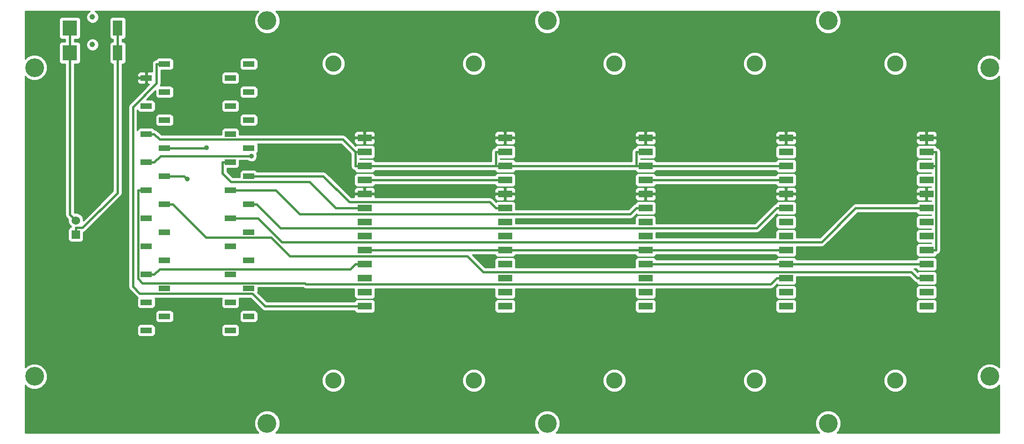
<source format=gtl>
G04 (created by PCBNEW-RS274X (2011-05-25)-stable) date Fri 12 Oct 2012 09:19:42 AM PDT*
G01*
G70*
G90*
%MOIN*%
G04 Gerber Fmt 3.4, Leading zero omitted, Abs format*
%FSLAX34Y34*%
G04 APERTURE LIST*
%ADD10C,0.006000*%
%ADD11C,0.133900*%
%ADD12R,0.100000X0.050000*%
%ADD13C,0.116000*%
%ADD14C,0.039000*%
%ADD15R,0.067000X0.110000*%
%ADD16R,0.102400X0.110000*%
%ADD17R,0.060000X0.060000*%
%ADD18C,0.060000*%
%ADD19R,0.078700X0.039400*%
%ADD20C,0.035000*%
%ADD21C,0.015000*%
%ADD22C,0.010000*%
G04 APERTURE END LIST*
G54D10*
G54D11*
X77185Y-41717D03*
X57185Y-41717D03*
X37234Y-41717D03*
X37234Y-13008D03*
X57185Y-13008D03*
X77185Y-13008D03*
G54D12*
X84185Y-21362D03*
X84185Y-22362D03*
X84185Y-23362D03*
X84185Y-24362D03*
X84185Y-25362D03*
X84185Y-26362D03*
X84185Y-27362D03*
X84185Y-28362D03*
X84185Y-29362D03*
X84185Y-30362D03*
X84185Y-31362D03*
X84185Y-32362D03*
X84185Y-33362D03*
G54D13*
X81965Y-16062D03*
X81965Y-38662D03*
G54D12*
X74185Y-21362D03*
X74185Y-22362D03*
X74185Y-23362D03*
X74185Y-24362D03*
X74185Y-25362D03*
X74185Y-26362D03*
X74185Y-27362D03*
X74185Y-28362D03*
X74185Y-29362D03*
X74185Y-30362D03*
X74185Y-31362D03*
X74185Y-32362D03*
X74185Y-33362D03*
G54D13*
X71965Y-16062D03*
X71965Y-38662D03*
G54D12*
X64185Y-21362D03*
X64185Y-22362D03*
X64185Y-23362D03*
X64185Y-24362D03*
X64185Y-25362D03*
X64185Y-26362D03*
X64185Y-27362D03*
X64185Y-28362D03*
X64185Y-29362D03*
X64185Y-30362D03*
X64185Y-31362D03*
X64185Y-32362D03*
X64185Y-33362D03*
G54D13*
X61965Y-16062D03*
X61965Y-38662D03*
G54D12*
X44185Y-21362D03*
X44185Y-22362D03*
X44185Y-23362D03*
X44185Y-24362D03*
X44185Y-25362D03*
X44185Y-26362D03*
X44185Y-27362D03*
X44185Y-28362D03*
X44185Y-29362D03*
X44185Y-30362D03*
X44185Y-31362D03*
X44185Y-32362D03*
X44185Y-33362D03*
G54D13*
X41965Y-16062D03*
X41965Y-38662D03*
G54D14*
X24803Y-12736D03*
X24803Y-14704D03*
G54D15*
X26598Y-15295D03*
X26598Y-13523D03*
G54D16*
X23189Y-13523D03*
X23189Y-15295D03*
G54D17*
X23622Y-28256D03*
G54D18*
X23622Y-27256D03*
G54D19*
X29937Y-16091D03*
X28633Y-17091D03*
X29937Y-18091D03*
X28633Y-19091D03*
X29937Y-20091D03*
X28633Y-21091D03*
X29937Y-22091D03*
X28633Y-23091D03*
X29937Y-24091D03*
X28633Y-25091D03*
X29937Y-26091D03*
X28633Y-27091D03*
X29937Y-28091D03*
X28633Y-29091D03*
X29937Y-30091D03*
X28633Y-31091D03*
X29937Y-32091D03*
X28633Y-33091D03*
X29937Y-34091D03*
X28633Y-35091D03*
X34629Y-35091D03*
X35933Y-34091D03*
X34629Y-33091D03*
X35933Y-32091D03*
X34629Y-31091D03*
X35933Y-30091D03*
X34629Y-29091D03*
X35933Y-28091D03*
X34629Y-27091D03*
X35933Y-26091D03*
X34629Y-25091D03*
X35933Y-24091D03*
X34629Y-23091D03*
X35933Y-22091D03*
X34629Y-21091D03*
X35933Y-20091D03*
X34629Y-19091D03*
X35933Y-18091D03*
X34629Y-17091D03*
X35933Y-16091D03*
G54D11*
X20685Y-16354D03*
X20685Y-38370D03*
X88685Y-38370D03*
X88685Y-16354D03*
G54D12*
X54185Y-21362D03*
X54185Y-22362D03*
X54185Y-23362D03*
X54185Y-24362D03*
X54185Y-25362D03*
X54185Y-26362D03*
X54185Y-27362D03*
X54185Y-28362D03*
X54185Y-29362D03*
X54185Y-30362D03*
X54185Y-31362D03*
X54185Y-32362D03*
X54185Y-33362D03*
G54D13*
X51965Y-16062D03*
X51965Y-38662D03*
G54D20*
X32936Y-22059D03*
X36113Y-22652D03*
X31546Y-24304D03*
G54D21*
X42127Y-26362D02*
X44185Y-26362D01*
X40265Y-24500D02*
X42127Y-26362D01*
X34664Y-24500D02*
X40265Y-24500D01*
X34058Y-23894D02*
X34664Y-24500D01*
X34058Y-23091D02*
X34058Y-23894D01*
X34629Y-23091D02*
X34058Y-23091D01*
X53079Y-25934D02*
X53507Y-26362D01*
X43076Y-25934D02*
X53079Y-25934D01*
X41233Y-24091D02*
X43076Y-25934D01*
X36505Y-24091D02*
X41233Y-24091D01*
X35933Y-24091D02*
X36505Y-24091D01*
X54185Y-26362D02*
X53507Y-26362D01*
X63079Y-26790D02*
X63507Y-26362D01*
X39549Y-26790D02*
X63079Y-26790D01*
X37850Y-25091D02*
X39549Y-26790D01*
X34629Y-25091D02*
X37850Y-25091D01*
X64185Y-26362D02*
X63507Y-26362D01*
X72078Y-27791D02*
X73507Y-26362D01*
X38205Y-27791D02*
X72078Y-27791D01*
X36505Y-26091D02*
X38205Y-27791D01*
X74185Y-26362D02*
X73507Y-26362D01*
X35933Y-26091D02*
X36505Y-26091D01*
X79139Y-26362D02*
X84185Y-26362D01*
X76710Y-28791D02*
X79139Y-26362D01*
X38275Y-28791D02*
X76710Y-28791D01*
X36575Y-27091D02*
X38275Y-28791D01*
X34629Y-27091D02*
X36575Y-27091D01*
X64185Y-30362D02*
X74185Y-30362D01*
X74185Y-30362D02*
X84185Y-30362D01*
X64185Y-24362D02*
X74185Y-24362D01*
X44863Y-24362D02*
X53507Y-24362D01*
X44185Y-24362D02*
X44863Y-24362D01*
X54185Y-24362D02*
X53507Y-24362D01*
X43153Y-30716D02*
X43507Y-30362D01*
X29580Y-30716D02*
X43153Y-30716D01*
X29205Y-31091D02*
X29580Y-30716D01*
X28633Y-31091D02*
X29205Y-31091D01*
X44185Y-30362D02*
X43507Y-30362D01*
X44185Y-29362D02*
X54185Y-29362D01*
X54185Y-29362D02*
X64185Y-29362D01*
X64185Y-29362D02*
X74185Y-29362D01*
X64185Y-23362D02*
X74185Y-23362D01*
X28633Y-21091D02*
X29205Y-21091D01*
X44185Y-23362D02*
X43507Y-23362D01*
X43507Y-22362D02*
X43507Y-23362D01*
X42611Y-21466D02*
X43507Y-22362D01*
X29580Y-21466D02*
X42611Y-21466D01*
X29205Y-21091D02*
X29580Y-21466D01*
X43507Y-22362D02*
X44185Y-22362D01*
X64185Y-22362D02*
X63507Y-22362D01*
X54185Y-22362D02*
X53507Y-22362D01*
X53507Y-23362D02*
X53507Y-22362D01*
X44185Y-23362D02*
X53507Y-23362D01*
X53507Y-23362D02*
X54185Y-23362D01*
X63507Y-22362D02*
X63507Y-23362D01*
X54185Y-23362D02*
X54863Y-23362D01*
X64185Y-23362D02*
X63507Y-23362D01*
X63507Y-23362D02*
X54863Y-23362D01*
X84863Y-23362D02*
X84863Y-22362D01*
X84185Y-23362D02*
X84863Y-23362D01*
X84185Y-22362D02*
X84863Y-22362D01*
X84863Y-29362D02*
X84863Y-23362D01*
X84185Y-29362D02*
X84863Y-29362D01*
X32904Y-22091D02*
X32936Y-22059D01*
X29937Y-22091D02*
X32904Y-22091D01*
X29644Y-22652D02*
X36113Y-22652D01*
X29205Y-23091D02*
X29644Y-22652D01*
X28633Y-23091D02*
X29205Y-23091D01*
X31333Y-24091D02*
X31546Y-24304D01*
X29937Y-24091D02*
X31333Y-24091D01*
X73079Y-31790D02*
X73507Y-31362D01*
X39982Y-31790D02*
X73079Y-31790D01*
X39907Y-31715D02*
X39982Y-31790D01*
X28368Y-31715D02*
X39907Y-31715D01*
X28062Y-31409D02*
X28368Y-31715D01*
X28062Y-25091D02*
X28062Y-31409D01*
X28633Y-25091D02*
X28062Y-25091D01*
X74185Y-31362D02*
X73507Y-31362D01*
X83079Y-30934D02*
X83507Y-31362D01*
X52634Y-30934D02*
X83079Y-30934D01*
X51491Y-29791D02*
X52634Y-30934D01*
X38850Y-29791D02*
X51491Y-29791D01*
X37526Y-28467D02*
X38850Y-29791D01*
X32885Y-28467D02*
X37526Y-28467D01*
X30509Y-26091D02*
X32885Y-28467D01*
X29937Y-26091D02*
X30509Y-26091D01*
X84185Y-31362D02*
X83507Y-31362D01*
X37077Y-33362D02*
X44185Y-33362D01*
X36182Y-32467D02*
X37077Y-33362D01*
X28173Y-32467D02*
X36182Y-32467D01*
X27677Y-31971D02*
X28173Y-32467D01*
X27677Y-19154D02*
X27677Y-31971D01*
X29366Y-17465D02*
X27677Y-19154D01*
X29366Y-16091D02*
X29366Y-17465D01*
X29937Y-16091D02*
X29366Y-16091D01*
X23189Y-15295D02*
X23189Y-13523D01*
X23189Y-26823D02*
X23189Y-15295D01*
X23622Y-27256D02*
X23189Y-26823D01*
X26598Y-13523D02*
X26598Y-15295D01*
X26598Y-25280D02*
X26598Y-15295D01*
X24100Y-27778D02*
X26598Y-25280D01*
X23622Y-27778D02*
X24100Y-27778D01*
X23622Y-28256D02*
X23622Y-27778D01*
G54D10*
G36*
X89360Y-42392D02*
X85188Y-42392D01*
X85188Y-29362D01*
X85188Y-23362D01*
X85188Y-22362D01*
X85163Y-22238D01*
X85093Y-22132D01*
X84987Y-22062D01*
X84935Y-22051D01*
X84935Y-21474D01*
X84935Y-21250D01*
X84934Y-21161D01*
X84934Y-21062D01*
X84896Y-20971D01*
X84826Y-20901D01*
X84734Y-20863D01*
X84297Y-20862D01*
X84235Y-20924D01*
X84235Y-21312D01*
X84873Y-21312D01*
X84935Y-21250D01*
X84935Y-21474D01*
X84873Y-21412D01*
X84235Y-21412D01*
X84235Y-21800D01*
X84297Y-21862D01*
X84734Y-21861D01*
X84826Y-21823D01*
X84896Y-21753D01*
X84934Y-21662D01*
X84934Y-21563D01*
X84935Y-21474D01*
X84935Y-22051D01*
X84928Y-22050D01*
X84896Y-21971D01*
X84826Y-21901D01*
X84735Y-21863D01*
X84636Y-21863D01*
X84135Y-21863D01*
X84135Y-21800D01*
X84135Y-21412D01*
X84135Y-21312D01*
X84135Y-20924D01*
X84073Y-20862D01*
X83636Y-20863D01*
X83544Y-20901D01*
X83474Y-20971D01*
X83436Y-21062D01*
X83436Y-21161D01*
X83435Y-21250D01*
X83497Y-21312D01*
X84135Y-21312D01*
X84135Y-21412D01*
X83497Y-21412D01*
X83435Y-21474D01*
X83436Y-21563D01*
X83436Y-21662D01*
X83474Y-21753D01*
X83544Y-21823D01*
X83636Y-21861D01*
X84073Y-21862D01*
X84135Y-21800D01*
X84135Y-21863D01*
X83636Y-21863D01*
X83544Y-21901D01*
X83474Y-21971D01*
X83436Y-22062D01*
X83436Y-22161D01*
X83436Y-22661D01*
X83474Y-22753D01*
X83544Y-22823D01*
X83635Y-22861D01*
X83734Y-22861D01*
X84538Y-22861D01*
X84538Y-22863D01*
X83636Y-22863D01*
X83544Y-22901D01*
X83474Y-22971D01*
X83436Y-23062D01*
X83436Y-23161D01*
X83436Y-23661D01*
X83474Y-23753D01*
X83544Y-23823D01*
X83635Y-23861D01*
X83734Y-23861D01*
X84538Y-23861D01*
X84538Y-23863D01*
X83636Y-23863D01*
X83544Y-23901D01*
X83474Y-23971D01*
X83436Y-24062D01*
X83436Y-24161D01*
X83436Y-24661D01*
X83474Y-24753D01*
X83544Y-24823D01*
X83635Y-24861D01*
X83734Y-24861D01*
X84538Y-24861D01*
X84538Y-24862D01*
X84297Y-24862D01*
X84235Y-24924D01*
X84235Y-25262D01*
X84235Y-25312D01*
X84235Y-25412D01*
X84235Y-25462D01*
X84235Y-25800D01*
X84297Y-25862D01*
X84538Y-25861D01*
X84538Y-25863D01*
X84135Y-25863D01*
X84135Y-25800D01*
X84135Y-25412D01*
X84135Y-25312D01*
X84135Y-24924D01*
X84073Y-24862D01*
X83636Y-24863D01*
X83544Y-24901D01*
X83474Y-24971D01*
X83436Y-25062D01*
X83436Y-25161D01*
X83435Y-25250D01*
X83497Y-25312D01*
X84135Y-25312D01*
X84135Y-25412D01*
X83497Y-25412D01*
X83435Y-25474D01*
X83436Y-25563D01*
X83436Y-25662D01*
X83474Y-25753D01*
X83544Y-25823D01*
X83636Y-25861D01*
X84073Y-25862D01*
X84135Y-25800D01*
X84135Y-25863D01*
X83636Y-25863D01*
X83544Y-25901D01*
X83474Y-25971D01*
X83446Y-26037D01*
X82795Y-26037D01*
X82795Y-16228D01*
X82795Y-15898D01*
X82669Y-15593D01*
X82436Y-15359D01*
X82131Y-15232D01*
X81801Y-15232D01*
X81496Y-15358D01*
X81262Y-15591D01*
X81135Y-15896D01*
X81135Y-16226D01*
X81261Y-16531D01*
X81494Y-16765D01*
X81799Y-16892D01*
X82129Y-16892D01*
X82434Y-16766D01*
X82668Y-16533D01*
X82795Y-16228D01*
X82795Y-26037D01*
X79139Y-26037D01*
X79014Y-26062D01*
X78909Y-26132D01*
X76575Y-28466D01*
X74935Y-28466D01*
X74935Y-25474D01*
X74935Y-25250D01*
X74935Y-21474D01*
X74935Y-21250D01*
X74934Y-21161D01*
X74934Y-21062D01*
X74896Y-20971D01*
X74826Y-20901D01*
X74734Y-20863D01*
X74297Y-20862D01*
X74235Y-20924D01*
X74235Y-21312D01*
X74873Y-21312D01*
X74935Y-21250D01*
X74935Y-21474D01*
X74873Y-21412D01*
X74235Y-21412D01*
X74235Y-21800D01*
X74297Y-21862D01*
X74734Y-21861D01*
X74826Y-21823D01*
X74896Y-21753D01*
X74934Y-21662D01*
X74934Y-21563D01*
X74935Y-21474D01*
X74935Y-25250D01*
X74934Y-25161D01*
X74934Y-25062D01*
X74934Y-24662D01*
X74934Y-24563D01*
X74934Y-24063D01*
X74896Y-23971D01*
X74826Y-23901D01*
X74735Y-23863D01*
X74636Y-23863D01*
X73636Y-23863D01*
X73544Y-23901D01*
X73474Y-23971D01*
X73446Y-24037D01*
X64923Y-24037D01*
X64896Y-23971D01*
X64826Y-23901D01*
X64735Y-23863D01*
X64636Y-23863D01*
X63636Y-23863D01*
X63544Y-23901D01*
X63474Y-23971D01*
X63436Y-24062D01*
X63436Y-24161D01*
X63436Y-24661D01*
X63474Y-24753D01*
X63544Y-24823D01*
X63635Y-24861D01*
X63734Y-24861D01*
X64734Y-24861D01*
X64826Y-24823D01*
X64896Y-24753D01*
X64923Y-24687D01*
X73446Y-24687D01*
X73474Y-24753D01*
X73544Y-24823D01*
X73635Y-24861D01*
X73734Y-24861D01*
X74734Y-24861D01*
X74826Y-24823D01*
X74896Y-24753D01*
X74934Y-24662D01*
X74934Y-25062D01*
X74896Y-24971D01*
X74826Y-24901D01*
X74734Y-24863D01*
X74297Y-24862D01*
X74235Y-24924D01*
X74235Y-25312D01*
X74873Y-25312D01*
X74935Y-25250D01*
X74935Y-25474D01*
X74873Y-25412D01*
X74235Y-25412D01*
X74235Y-25800D01*
X74297Y-25862D01*
X74734Y-25861D01*
X74826Y-25823D01*
X74896Y-25753D01*
X74934Y-25662D01*
X74934Y-25563D01*
X74935Y-25474D01*
X74935Y-28466D01*
X74934Y-28466D01*
X74934Y-28063D01*
X74934Y-27662D01*
X74934Y-27563D01*
X74934Y-27063D01*
X74896Y-26971D01*
X74826Y-26901D01*
X74735Y-26863D01*
X74636Y-26863D01*
X73636Y-26863D01*
X73544Y-26901D01*
X73474Y-26971D01*
X73436Y-27062D01*
X73436Y-27161D01*
X73436Y-27661D01*
X73474Y-27753D01*
X73544Y-27823D01*
X73635Y-27861D01*
X73734Y-27861D01*
X74734Y-27861D01*
X74826Y-27823D01*
X74896Y-27753D01*
X74934Y-27662D01*
X74934Y-28063D01*
X74896Y-27971D01*
X74826Y-27901D01*
X74735Y-27863D01*
X74636Y-27863D01*
X73636Y-27863D01*
X73544Y-27901D01*
X73474Y-27971D01*
X73436Y-28062D01*
X73436Y-28161D01*
X73436Y-28466D01*
X64934Y-28466D01*
X64934Y-28116D01*
X72078Y-28116D01*
X72202Y-28091D01*
X72308Y-28021D01*
X73524Y-26803D01*
X73544Y-26823D01*
X73635Y-26861D01*
X73734Y-26861D01*
X74734Y-26861D01*
X74826Y-26823D01*
X74896Y-26753D01*
X74934Y-26662D01*
X74934Y-26563D01*
X74934Y-26063D01*
X74896Y-25971D01*
X74826Y-25901D01*
X74735Y-25863D01*
X74636Y-25863D01*
X74135Y-25863D01*
X74135Y-25800D01*
X74135Y-25412D01*
X74135Y-25312D01*
X74135Y-24924D01*
X74073Y-24862D01*
X73636Y-24863D01*
X73544Y-24901D01*
X73474Y-24971D01*
X73436Y-25062D01*
X73436Y-25161D01*
X73435Y-25250D01*
X73497Y-25312D01*
X74135Y-25312D01*
X74135Y-25412D01*
X73497Y-25412D01*
X73435Y-25474D01*
X73436Y-25563D01*
X73436Y-25662D01*
X73474Y-25753D01*
X73544Y-25823D01*
X73636Y-25861D01*
X74073Y-25862D01*
X74135Y-25800D01*
X74135Y-25863D01*
X73636Y-25863D01*
X73544Y-25901D01*
X73474Y-25971D01*
X73440Y-26050D01*
X73383Y-26062D01*
X73277Y-26132D01*
X73275Y-26134D01*
X71943Y-27466D01*
X64935Y-27466D01*
X64935Y-25474D01*
X64935Y-25250D01*
X64934Y-25161D01*
X64934Y-25062D01*
X64896Y-24971D01*
X64826Y-24901D01*
X64734Y-24863D01*
X64297Y-24862D01*
X64235Y-24924D01*
X64235Y-25312D01*
X64873Y-25312D01*
X64935Y-25250D01*
X64935Y-25474D01*
X64873Y-25412D01*
X64235Y-25412D01*
X64235Y-25800D01*
X64297Y-25862D01*
X64734Y-25861D01*
X64826Y-25823D01*
X64896Y-25753D01*
X64934Y-25662D01*
X64934Y-25563D01*
X64935Y-25474D01*
X64935Y-27466D01*
X64934Y-27466D01*
X64934Y-27063D01*
X64896Y-26971D01*
X64826Y-26901D01*
X64735Y-26863D01*
X64636Y-26863D01*
X63636Y-26863D01*
X63544Y-26901D01*
X63474Y-26971D01*
X63436Y-27062D01*
X63436Y-27161D01*
X63436Y-27466D01*
X54934Y-27466D01*
X54934Y-27115D01*
X63079Y-27115D01*
X63203Y-27090D01*
X63309Y-27020D01*
X63525Y-26804D01*
X63544Y-26823D01*
X63635Y-26861D01*
X63734Y-26861D01*
X64734Y-26861D01*
X64826Y-26823D01*
X64896Y-26753D01*
X64934Y-26662D01*
X64934Y-26563D01*
X64934Y-26063D01*
X64896Y-25971D01*
X64826Y-25901D01*
X64735Y-25863D01*
X64636Y-25863D01*
X64135Y-25863D01*
X64135Y-25800D01*
X64135Y-25412D01*
X64135Y-25312D01*
X64135Y-24924D01*
X64073Y-24862D01*
X63636Y-24863D01*
X63544Y-24901D01*
X63474Y-24971D01*
X63436Y-25062D01*
X63436Y-25161D01*
X63435Y-25250D01*
X63497Y-25312D01*
X64135Y-25312D01*
X64135Y-25412D01*
X63497Y-25412D01*
X63435Y-25474D01*
X63436Y-25563D01*
X63436Y-25662D01*
X63474Y-25753D01*
X63544Y-25823D01*
X63636Y-25861D01*
X64073Y-25862D01*
X64135Y-25800D01*
X64135Y-25863D01*
X63636Y-25863D01*
X63544Y-25901D01*
X63474Y-25971D01*
X63440Y-26050D01*
X63382Y-26062D01*
X63277Y-26132D01*
X62944Y-26465D01*
X54935Y-26465D01*
X54935Y-25474D01*
X54935Y-25250D01*
X54934Y-25161D01*
X54934Y-25062D01*
X54934Y-24662D01*
X54934Y-24563D01*
X54934Y-24063D01*
X54896Y-23971D01*
X54826Y-23901D01*
X54735Y-23863D01*
X54636Y-23863D01*
X53636Y-23863D01*
X53544Y-23901D01*
X53474Y-23971D01*
X53446Y-24037D01*
X44923Y-24037D01*
X44896Y-23971D01*
X44826Y-23901D01*
X44735Y-23863D01*
X44636Y-23863D01*
X43636Y-23863D01*
X43544Y-23901D01*
X43474Y-23971D01*
X43436Y-24062D01*
X43436Y-24161D01*
X43436Y-24661D01*
X43474Y-24753D01*
X43544Y-24823D01*
X43635Y-24861D01*
X43734Y-24861D01*
X44734Y-24861D01*
X44826Y-24823D01*
X44896Y-24753D01*
X44923Y-24687D01*
X53446Y-24687D01*
X53474Y-24753D01*
X53544Y-24823D01*
X53635Y-24861D01*
X53734Y-24861D01*
X54734Y-24861D01*
X54826Y-24823D01*
X54896Y-24753D01*
X54934Y-24662D01*
X54934Y-25062D01*
X54896Y-24971D01*
X54826Y-24901D01*
X54734Y-24863D01*
X54297Y-24862D01*
X54235Y-24924D01*
X54235Y-25312D01*
X54873Y-25312D01*
X54935Y-25250D01*
X54935Y-25474D01*
X54873Y-25412D01*
X54235Y-25412D01*
X54235Y-25800D01*
X54297Y-25862D01*
X54734Y-25861D01*
X54826Y-25823D01*
X54896Y-25753D01*
X54934Y-25662D01*
X54934Y-25563D01*
X54935Y-25474D01*
X54935Y-26465D01*
X54934Y-26465D01*
X54934Y-26063D01*
X54896Y-25971D01*
X54826Y-25901D01*
X54735Y-25863D01*
X54636Y-25863D01*
X54135Y-25863D01*
X54135Y-25800D01*
X54135Y-25412D01*
X54135Y-25312D01*
X54135Y-24924D01*
X54073Y-24862D01*
X53636Y-24863D01*
X53544Y-24901D01*
X53474Y-24971D01*
X53436Y-25062D01*
X53436Y-25161D01*
X53435Y-25250D01*
X53497Y-25312D01*
X54135Y-25312D01*
X54135Y-25412D01*
X53497Y-25412D01*
X53435Y-25474D01*
X53436Y-25563D01*
X53436Y-25662D01*
X53474Y-25753D01*
X53544Y-25823D01*
X53636Y-25861D01*
X54073Y-25862D01*
X54135Y-25800D01*
X54135Y-25863D01*
X53636Y-25863D01*
X53544Y-25901D01*
X53525Y-25920D01*
X53309Y-25704D01*
X53203Y-25634D01*
X53079Y-25609D01*
X44934Y-25609D01*
X44934Y-25563D01*
X44935Y-25474D01*
X44935Y-25250D01*
X44934Y-25161D01*
X44934Y-25062D01*
X44896Y-24971D01*
X44826Y-24901D01*
X44734Y-24863D01*
X44297Y-24862D01*
X44235Y-24924D01*
X44235Y-25312D01*
X44873Y-25312D01*
X44935Y-25250D01*
X44935Y-25474D01*
X44873Y-25412D01*
X44285Y-25412D01*
X44235Y-25412D01*
X44135Y-25412D01*
X44135Y-25312D01*
X44135Y-24924D01*
X44073Y-24862D01*
X43636Y-24863D01*
X43544Y-24901D01*
X43474Y-24971D01*
X43436Y-25062D01*
X43436Y-25161D01*
X43435Y-25250D01*
X43497Y-25312D01*
X44135Y-25312D01*
X44135Y-25412D01*
X44085Y-25412D01*
X43497Y-25412D01*
X43435Y-25474D01*
X43436Y-25563D01*
X43436Y-25609D01*
X43211Y-25609D01*
X41463Y-23861D01*
X41357Y-23791D01*
X41233Y-23766D01*
X36542Y-23766D01*
X36537Y-23753D01*
X36467Y-23683D01*
X36376Y-23645D01*
X36277Y-23645D01*
X35491Y-23645D01*
X35399Y-23683D01*
X35329Y-23753D01*
X35291Y-23844D01*
X35291Y-23943D01*
X35291Y-24175D01*
X34799Y-24175D01*
X34383Y-23759D01*
X34383Y-23537D01*
X35071Y-23537D01*
X35163Y-23499D01*
X35233Y-23429D01*
X35271Y-23338D01*
X35271Y-23239D01*
X35271Y-22977D01*
X35837Y-22977D01*
X35872Y-23012D01*
X36028Y-23077D01*
X36197Y-23077D01*
X36353Y-23013D01*
X36473Y-22893D01*
X36538Y-22737D01*
X36538Y-22568D01*
X36497Y-22468D01*
X36537Y-22429D01*
X36575Y-22338D01*
X36575Y-22239D01*
X36575Y-21845D01*
X36552Y-21791D01*
X42476Y-21791D01*
X43182Y-22497D01*
X43182Y-23362D01*
X43207Y-23486D01*
X43277Y-23592D01*
X43383Y-23662D01*
X43441Y-23673D01*
X43474Y-23753D01*
X43544Y-23823D01*
X43635Y-23861D01*
X43734Y-23861D01*
X44734Y-23861D01*
X44826Y-23823D01*
X44896Y-23753D01*
X44923Y-23687D01*
X53446Y-23687D01*
X53474Y-23753D01*
X53544Y-23823D01*
X53635Y-23861D01*
X53734Y-23861D01*
X54734Y-23861D01*
X54826Y-23823D01*
X54896Y-23753D01*
X54923Y-23687D01*
X63446Y-23687D01*
X63474Y-23753D01*
X63544Y-23823D01*
X63635Y-23861D01*
X63734Y-23861D01*
X64734Y-23861D01*
X64826Y-23823D01*
X64896Y-23753D01*
X64923Y-23687D01*
X73446Y-23687D01*
X73474Y-23753D01*
X73544Y-23823D01*
X73635Y-23861D01*
X73734Y-23861D01*
X74734Y-23861D01*
X74826Y-23823D01*
X74896Y-23753D01*
X74934Y-23662D01*
X74934Y-23563D01*
X74934Y-23063D01*
X74934Y-22662D01*
X74934Y-22563D01*
X74934Y-22063D01*
X74896Y-21971D01*
X74826Y-21901D01*
X74735Y-21863D01*
X74636Y-21863D01*
X74135Y-21863D01*
X74135Y-21800D01*
X74135Y-21412D01*
X74135Y-21312D01*
X74135Y-20924D01*
X74073Y-20862D01*
X73636Y-20863D01*
X73544Y-20901D01*
X73474Y-20971D01*
X73436Y-21062D01*
X73436Y-21161D01*
X73435Y-21250D01*
X73497Y-21312D01*
X74135Y-21312D01*
X74135Y-21412D01*
X73497Y-21412D01*
X73435Y-21474D01*
X73436Y-21563D01*
X73436Y-21662D01*
X73474Y-21753D01*
X73544Y-21823D01*
X73636Y-21861D01*
X74073Y-21862D01*
X74135Y-21800D01*
X74135Y-21863D01*
X73636Y-21863D01*
X73544Y-21901D01*
X73474Y-21971D01*
X73436Y-22062D01*
X73436Y-22161D01*
X73436Y-22661D01*
X73474Y-22753D01*
X73544Y-22823D01*
X73635Y-22861D01*
X73734Y-22861D01*
X74734Y-22861D01*
X74826Y-22823D01*
X74896Y-22753D01*
X74934Y-22662D01*
X74934Y-23063D01*
X74896Y-22971D01*
X74826Y-22901D01*
X74735Y-22863D01*
X74636Y-22863D01*
X73636Y-22863D01*
X73544Y-22901D01*
X73474Y-22971D01*
X73446Y-23037D01*
X72795Y-23037D01*
X72795Y-16228D01*
X72795Y-15898D01*
X72669Y-15593D01*
X72436Y-15359D01*
X72131Y-15232D01*
X71801Y-15232D01*
X71496Y-15358D01*
X71262Y-15591D01*
X71135Y-15896D01*
X71135Y-16226D01*
X71261Y-16531D01*
X71494Y-16765D01*
X71799Y-16892D01*
X72129Y-16892D01*
X72434Y-16766D01*
X72668Y-16533D01*
X72795Y-16228D01*
X72795Y-23037D01*
X64935Y-23037D01*
X64935Y-21474D01*
X64935Y-21250D01*
X64934Y-21161D01*
X64934Y-21062D01*
X64896Y-20971D01*
X64826Y-20901D01*
X64734Y-20863D01*
X64297Y-20862D01*
X64235Y-20924D01*
X64235Y-21312D01*
X64873Y-21312D01*
X64935Y-21250D01*
X64935Y-21474D01*
X64873Y-21412D01*
X64235Y-21412D01*
X64235Y-21800D01*
X64297Y-21862D01*
X64734Y-21861D01*
X64826Y-21823D01*
X64896Y-21753D01*
X64934Y-21662D01*
X64934Y-21563D01*
X64935Y-21474D01*
X64935Y-23037D01*
X64923Y-23037D01*
X64896Y-22971D01*
X64826Y-22901D01*
X64735Y-22863D01*
X64636Y-22863D01*
X63832Y-22863D01*
X63832Y-22861D01*
X64734Y-22861D01*
X64826Y-22823D01*
X64896Y-22753D01*
X64934Y-22662D01*
X64934Y-22563D01*
X64934Y-22063D01*
X64896Y-21971D01*
X64826Y-21901D01*
X64735Y-21863D01*
X64636Y-21863D01*
X64135Y-21863D01*
X64135Y-21800D01*
X64135Y-21412D01*
X64135Y-21312D01*
X64135Y-20924D01*
X64073Y-20862D01*
X63636Y-20863D01*
X63544Y-20901D01*
X63474Y-20971D01*
X63436Y-21062D01*
X63436Y-21161D01*
X63435Y-21250D01*
X63497Y-21312D01*
X64135Y-21312D01*
X64135Y-21412D01*
X63497Y-21412D01*
X63435Y-21474D01*
X63436Y-21563D01*
X63436Y-21662D01*
X63474Y-21753D01*
X63544Y-21823D01*
X63636Y-21861D01*
X64073Y-21862D01*
X64135Y-21800D01*
X64135Y-21863D01*
X63636Y-21863D01*
X63544Y-21901D01*
X63474Y-21971D01*
X63440Y-22050D01*
X63383Y-22062D01*
X63277Y-22132D01*
X63207Y-22238D01*
X63182Y-22362D01*
X63182Y-23037D01*
X62795Y-23037D01*
X62795Y-16228D01*
X62795Y-15898D01*
X62669Y-15593D01*
X62436Y-15359D01*
X62131Y-15232D01*
X61801Y-15232D01*
X61496Y-15358D01*
X61262Y-15591D01*
X61135Y-15896D01*
X61135Y-16226D01*
X61261Y-16531D01*
X61494Y-16765D01*
X61799Y-16892D01*
X62129Y-16892D01*
X62434Y-16766D01*
X62668Y-16533D01*
X62795Y-16228D01*
X62795Y-23037D01*
X54935Y-23037D01*
X54935Y-21474D01*
X54935Y-21250D01*
X54934Y-21161D01*
X54934Y-21062D01*
X54896Y-20971D01*
X54826Y-20901D01*
X54734Y-20863D01*
X54297Y-20862D01*
X54235Y-20924D01*
X54235Y-21312D01*
X54873Y-21312D01*
X54935Y-21250D01*
X54935Y-21474D01*
X54873Y-21412D01*
X54235Y-21412D01*
X54235Y-21800D01*
X54297Y-21862D01*
X54734Y-21861D01*
X54826Y-21823D01*
X54896Y-21753D01*
X54934Y-21662D01*
X54934Y-21563D01*
X54935Y-21474D01*
X54935Y-23037D01*
X54923Y-23037D01*
X54896Y-22971D01*
X54826Y-22901D01*
X54735Y-22863D01*
X54636Y-22863D01*
X53832Y-22863D01*
X53832Y-22861D01*
X54734Y-22861D01*
X54826Y-22823D01*
X54896Y-22753D01*
X54934Y-22662D01*
X54934Y-22563D01*
X54934Y-22063D01*
X54896Y-21971D01*
X54826Y-21901D01*
X54735Y-21863D01*
X54636Y-21863D01*
X54135Y-21863D01*
X54135Y-21800D01*
X54135Y-21412D01*
X54135Y-21312D01*
X54135Y-20924D01*
X54073Y-20862D01*
X53636Y-20863D01*
X53544Y-20901D01*
X53474Y-20971D01*
X53436Y-21062D01*
X53436Y-21161D01*
X53435Y-21250D01*
X53497Y-21312D01*
X54135Y-21312D01*
X54135Y-21412D01*
X53497Y-21412D01*
X53435Y-21474D01*
X53436Y-21563D01*
X53436Y-21662D01*
X53474Y-21753D01*
X53544Y-21823D01*
X53636Y-21861D01*
X54073Y-21862D01*
X54135Y-21800D01*
X54135Y-21863D01*
X53636Y-21863D01*
X53544Y-21901D01*
X53474Y-21971D01*
X53440Y-22050D01*
X53383Y-22062D01*
X53277Y-22132D01*
X53207Y-22238D01*
X53182Y-22362D01*
X53182Y-23037D01*
X52795Y-23037D01*
X52795Y-16228D01*
X52795Y-15898D01*
X52669Y-15593D01*
X52436Y-15359D01*
X52131Y-15232D01*
X51801Y-15232D01*
X51496Y-15358D01*
X51262Y-15591D01*
X51135Y-15896D01*
X51135Y-16226D01*
X51261Y-16531D01*
X51494Y-16765D01*
X51799Y-16892D01*
X52129Y-16892D01*
X52434Y-16766D01*
X52668Y-16533D01*
X52795Y-16228D01*
X52795Y-23037D01*
X44935Y-23037D01*
X44935Y-21474D01*
X44935Y-21250D01*
X44934Y-21161D01*
X44934Y-21062D01*
X44896Y-20971D01*
X44826Y-20901D01*
X44734Y-20863D01*
X44297Y-20862D01*
X44235Y-20924D01*
X44235Y-21312D01*
X44873Y-21312D01*
X44935Y-21250D01*
X44935Y-21474D01*
X44873Y-21412D01*
X44235Y-21412D01*
X44235Y-21800D01*
X44297Y-21862D01*
X44734Y-21861D01*
X44826Y-21823D01*
X44896Y-21753D01*
X44934Y-21662D01*
X44934Y-21563D01*
X44935Y-21474D01*
X44935Y-23037D01*
X44923Y-23037D01*
X44896Y-22971D01*
X44826Y-22901D01*
X44735Y-22863D01*
X44636Y-22863D01*
X43832Y-22863D01*
X43832Y-22861D01*
X44734Y-22861D01*
X44826Y-22823D01*
X44896Y-22753D01*
X44934Y-22662D01*
X44934Y-22563D01*
X44934Y-22063D01*
X44896Y-21971D01*
X44826Y-21901D01*
X44735Y-21863D01*
X44636Y-21863D01*
X44135Y-21863D01*
X44135Y-21800D01*
X44135Y-21412D01*
X44135Y-21312D01*
X44135Y-20924D01*
X44073Y-20862D01*
X43636Y-20863D01*
X43544Y-20901D01*
X43474Y-20971D01*
X43436Y-21062D01*
X43436Y-21161D01*
X43435Y-21250D01*
X43497Y-21312D01*
X44135Y-21312D01*
X44135Y-21412D01*
X43497Y-21412D01*
X43435Y-21474D01*
X43436Y-21563D01*
X43436Y-21662D01*
X43474Y-21753D01*
X43544Y-21823D01*
X43636Y-21861D01*
X44073Y-21862D01*
X44135Y-21800D01*
X44135Y-21863D01*
X43636Y-21863D01*
X43544Y-21901D01*
X43525Y-21920D01*
X42841Y-21236D01*
X42795Y-21205D01*
X42795Y-16228D01*
X42795Y-15898D01*
X42669Y-15593D01*
X42436Y-15359D01*
X42131Y-15232D01*
X41801Y-15232D01*
X41496Y-15358D01*
X41262Y-15591D01*
X41135Y-15896D01*
X41135Y-16226D01*
X41261Y-16531D01*
X41494Y-16765D01*
X41799Y-16892D01*
X42129Y-16892D01*
X42434Y-16766D01*
X42668Y-16533D01*
X42795Y-16228D01*
X42795Y-21205D01*
X42735Y-21166D01*
X42611Y-21141D01*
X36575Y-21141D01*
X36575Y-20338D01*
X36575Y-20239D01*
X36575Y-19845D01*
X36575Y-18338D01*
X36575Y-18239D01*
X36575Y-17845D01*
X36575Y-16338D01*
X36575Y-16239D01*
X36575Y-15845D01*
X36537Y-15753D01*
X36467Y-15683D01*
X36376Y-15645D01*
X36277Y-15645D01*
X35491Y-15645D01*
X35399Y-15683D01*
X35329Y-15753D01*
X35291Y-15844D01*
X35291Y-15943D01*
X35291Y-16337D01*
X35329Y-16429D01*
X35399Y-16499D01*
X35490Y-16537D01*
X35589Y-16537D01*
X36375Y-16537D01*
X36467Y-16499D01*
X36537Y-16429D01*
X36575Y-16338D01*
X36575Y-17845D01*
X36537Y-17753D01*
X36467Y-17683D01*
X36376Y-17645D01*
X36277Y-17645D01*
X35491Y-17645D01*
X35399Y-17683D01*
X35329Y-17753D01*
X35291Y-17844D01*
X35291Y-17943D01*
X35291Y-18337D01*
X35329Y-18429D01*
X35399Y-18499D01*
X35490Y-18537D01*
X35589Y-18537D01*
X36375Y-18537D01*
X36467Y-18499D01*
X36537Y-18429D01*
X36575Y-18338D01*
X36575Y-19845D01*
X36537Y-19753D01*
X36467Y-19683D01*
X36376Y-19645D01*
X36277Y-19645D01*
X35491Y-19645D01*
X35399Y-19683D01*
X35329Y-19753D01*
X35291Y-19844D01*
X35291Y-19943D01*
X35291Y-20337D01*
X35329Y-20429D01*
X35399Y-20499D01*
X35490Y-20537D01*
X35589Y-20537D01*
X36375Y-20537D01*
X36467Y-20499D01*
X36537Y-20429D01*
X36575Y-20338D01*
X36575Y-21141D01*
X35271Y-21141D01*
X35271Y-20845D01*
X35271Y-19338D01*
X35271Y-19239D01*
X35271Y-18845D01*
X35271Y-17338D01*
X35271Y-17239D01*
X35271Y-16845D01*
X35233Y-16753D01*
X35163Y-16683D01*
X35072Y-16645D01*
X34973Y-16645D01*
X34187Y-16645D01*
X34095Y-16683D01*
X34025Y-16753D01*
X33987Y-16844D01*
X33987Y-16943D01*
X33987Y-17337D01*
X34025Y-17429D01*
X34095Y-17499D01*
X34186Y-17537D01*
X34285Y-17537D01*
X35071Y-17537D01*
X35163Y-17499D01*
X35233Y-17429D01*
X35271Y-17338D01*
X35271Y-18845D01*
X35233Y-18753D01*
X35163Y-18683D01*
X35072Y-18645D01*
X34973Y-18645D01*
X34187Y-18645D01*
X34095Y-18683D01*
X34025Y-18753D01*
X33987Y-18844D01*
X33987Y-18943D01*
X33987Y-19337D01*
X34025Y-19429D01*
X34095Y-19499D01*
X34186Y-19537D01*
X34285Y-19537D01*
X35071Y-19537D01*
X35163Y-19499D01*
X35233Y-19429D01*
X35271Y-19338D01*
X35271Y-20845D01*
X35233Y-20753D01*
X35163Y-20683D01*
X35072Y-20645D01*
X34973Y-20645D01*
X34187Y-20645D01*
X34095Y-20683D01*
X34025Y-20753D01*
X33987Y-20844D01*
X33987Y-20943D01*
X33987Y-21141D01*
X30579Y-21141D01*
X30579Y-20338D01*
X30579Y-20239D01*
X30579Y-19845D01*
X30541Y-19753D01*
X30471Y-19683D01*
X30380Y-19645D01*
X30281Y-19645D01*
X29495Y-19645D01*
X29403Y-19683D01*
X29333Y-19753D01*
X29295Y-19844D01*
X29295Y-19943D01*
X29295Y-20337D01*
X29333Y-20429D01*
X29403Y-20499D01*
X29494Y-20537D01*
X29593Y-20537D01*
X30379Y-20537D01*
X30471Y-20499D01*
X30541Y-20429D01*
X30579Y-20338D01*
X30579Y-21141D01*
X29715Y-21141D01*
X29435Y-20861D01*
X29329Y-20791D01*
X29245Y-20774D01*
X29237Y-20753D01*
X29167Y-20683D01*
X29076Y-20645D01*
X28977Y-20645D01*
X28191Y-20645D01*
X28099Y-20683D01*
X28029Y-20753D01*
X28002Y-20817D01*
X28002Y-19363D01*
X28029Y-19429D01*
X28099Y-19499D01*
X28190Y-19537D01*
X28289Y-19537D01*
X29075Y-19537D01*
X29167Y-19499D01*
X29237Y-19429D01*
X29275Y-19338D01*
X29275Y-19239D01*
X29275Y-18845D01*
X29237Y-18753D01*
X29167Y-18683D01*
X29076Y-18645D01*
X28977Y-18645D01*
X28645Y-18645D01*
X29295Y-17995D01*
X29295Y-18337D01*
X29333Y-18429D01*
X29403Y-18499D01*
X29494Y-18537D01*
X29593Y-18537D01*
X30379Y-18537D01*
X30471Y-18499D01*
X30541Y-18429D01*
X30579Y-18338D01*
X30579Y-18239D01*
X30579Y-17845D01*
X30541Y-17753D01*
X30471Y-17683D01*
X30380Y-17645D01*
X30281Y-17645D01*
X29629Y-17645D01*
X29665Y-17590D01*
X29666Y-17589D01*
X29691Y-17465D01*
X29691Y-16537D01*
X30379Y-16537D01*
X30471Y-16499D01*
X30541Y-16429D01*
X30579Y-16338D01*
X30579Y-16239D01*
X30579Y-15845D01*
X30541Y-15753D01*
X30471Y-15683D01*
X30380Y-15645D01*
X30281Y-15645D01*
X29495Y-15645D01*
X29403Y-15683D01*
X29333Y-15753D01*
X29324Y-15774D01*
X29242Y-15791D01*
X29136Y-15861D01*
X29066Y-15967D01*
X29041Y-16091D01*
X29041Y-16644D01*
X28745Y-16644D01*
X28683Y-16706D01*
X28683Y-16991D01*
X28683Y-17041D01*
X28683Y-17141D01*
X28683Y-17191D01*
X28683Y-17476D01*
X28745Y-17538D01*
X28834Y-17537D01*
X28583Y-17788D01*
X28583Y-17476D01*
X28583Y-17141D01*
X28583Y-17041D01*
X28583Y-16706D01*
X28521Y-16644D01*
X28191Y-16645D01*
X28099Y-16683D01*
X28029Y-16753D01*
X27991Y-16844D01*
X27991Y-16943D01*
X27990Y-16979D01*
X28052Y-17041D01*
X28583Y-17041D01*
X28583Y-17141D01*
X28052Y-17141D01*
X27990Y-17203D01*
X27991Y-17239D01*
X27991Y-17338D01*
X28029Y-17429D01*
X28099Y-17499D01*
X28191Y-17537D01*
X28521Y-17538D01*
X28583Y-17476D01*
X28583Y-17788D01*
X27447Y-18924D01*
X27377Y-19030D01*
X27352Y-19154D01*
X27352Y-31971D01*
X27377Y-32095D01*
X27447Y-32201D01*
X27941Y-32694D01*
X27943Y-32697D01*
X28028Y-32753D01*
X27991Y-32844D01*
X27991Y-32943D01*
X27991Y-33337D01*
X28029Y-33429D01*
X28099Y-33499D01*
X28190Y-33537D01*
X28289Y-33537D01*
X29075Y-33537D01*
X29167Y-33499D01*
X29237Y-33429D01*
X29275Y-33338D01*
X29275Y-33239D01*
X29275Y-32845D01*
X29253Y-32792D01*
X34008Y-32792D01*
X33987Y-32844D01*
X33987Y-32943D01*
X33987Y-33337D01*
X34025Y-33429D01*
X34095Y-33499D01*
X34186Y-33537D01*
X34285Y-33537D01*
X35071Y-33537D01*
X35163Y-33499D01*
X35233Y-33429D01*
X35271Y-33338D01*
X35271Y-33239D01*
X35271Y-32845D01*
X35249Y-32792D01*
X36047Y-32792D01*
X36845Y-33589D01*
X36847Y-33592D01*
X36952Y-33661D01*
X36953Y-33662D01*
X37051Y-33681D01*
X37076Y-33687D01*
X37076Y-33686D01*
X37077Y-33687D01*
X43446Y-33687D01*
X43474Y-33753D01*
X43544Y-33823D01*
X43635Y-33861D01*
X43734Y-33861D01*
X44734Y-33861D01*
X44826Y-33823D01*
X44896Y-33753D01*
X44934Y-33662D01*
X44934Y-33563D01*
X44934Y-33063D01*
X44896Y-32971D01*
X44826Y-32901D01*
X44735Y-32863D01*
X44636Y-32863D01*
X43636Y-32863D01*
X43544Y-32901D01*
X43474Y-32971D01*
X43446Y-33037D01*
X37211Y-33037D01*
X36556Y-32381D01*
X36575Y-32338D01*
X36575Y-32239D01*
X36575Y-32040D01*
X39782Y-32040D01*
X39858Y-32090D01*
X39982Y-32115D01*
X43436Y-32115D01*
X43436Y-32161D01*
X43436Y-32661D01*
X43474Y-32753D01*
X43544Y-32823D01*
X43635Y-32861D01*
X43734Y-32861D01*
X44734Y-32861D01*
X44826Y-32823D01*
X44896Y-32753D01*
X44934Y-32662D01*
X44934Y-32563D01*
X44934Y-32115D01*
X53436Y-32115D01*
X53436Y-32161D01*
X53436Y-32661D01*
X53474Y-32753D01*
X53544Y-32823D01*
X53635Y-32861D01*
X53734Y-32861D01*
X54734Y-32861D01*
X54826Y-32823D01*
X54896Y-32753D01*
X54934Y-32662D01*
X54934Y-32563D01*
X54934Y-32115D01*
X63436Y-32115D01*
X63436Y-32161D01*
X63436Y-32661D01*
X63474Y-32753D01*
X63544Y-32823D01*
X63635Y-32861D01*
X63734Y-32861D01*
X64734Y-32861D01*
X64826Y-32823D01*
X64896Y-32753D01*
X64934Y-32662D01*
X64934Y-32563D01*
X64934Y-32115D01*
X73079Y-32115D01*
X73203Y-32090D01*
X73309Y-32020D01*
X73525Y-31804D01*
X73544Y-31823D01*
X73635Y-31861D01*
X73734Y-31861D01*
X74734Y-31861D01*
X74826Y-31823D01*
X74896Y-31753D01*
X74934Y-31662D01*
X74934Y-31563D01*
X74934Y-31259D01*
X82944Y-31259D01*
X83277Y-31592D01*
X83382Y-31662D01*
X83383Y-31662D01*
X83441Y-31673D01*
X83474Y-31753D01*
X83544Y-31823D01*
X83635Y-31861D01*
X83734Y-31861D01*
X84734Y-31861D01*
X84826Y-31823D01*
X84896Y-31753D01*
X84934Y-31662D01*
X84934Y-31563D01*
X84934Y-31063D01*
X84896Y-30971D01*
X84826Y-30901D01*
X84735Y-30863D01*
X84636Y-30863D01*
X83636Y-30863D01*
X83544Y-30901D01*
X83525Y-30920D01*
X83309Y-30704D01*
X83283Y-30687D01*
X83446Y-30687D01*
X83474Y-30753D01*
X83544Y-30823D01*
X83635Y-30861D01*
X83734Y-30861D01*
X84734Y-30861D01*
X84826Y-30823D01*
X84896Y-30753D01*
X84934Y-30662D01*
X84934Y-30563D01*
X84934Y-30063D01*
X84896Y-29971D01*
X84826Y-29901D01*
X84735Y-29863D01*
X84636Y-29863D01*
X83636Y-29863D01*
X83544Y-29901D01*
X83474Y-29971D01*
X83446Y-30037D01*
X74923Y-30037D01*
X74896Y-29971D01*
X74826Y-29901D01*
X74735Y-29863D01*
X74636Y-29863D01*
X73636Y-29863D01*
X73544Y-29901D01*
X73474Y-29971D01*
X73446Y-30037D01*
X64923Y-30037D01*
X64896Y-29971D01*
X64826Y-29901D01*
X64735Y-29863D01*
X64636Y-29863D01*
X63636Y-29863D01*
X63544Y-29901D01*
X63474Y-29971D01*
X63436Y-30062D01*
X63436Y-30161D01*
X63436Y-30609D01*
X54934Y-30609D01*
X54934Y-30563D01*
X54934Y-30063D01*
X54896Y-29971D01*
X54826Y-29901D01*
X54735Y-29863D01*
X54636Y-29863D01*
X53636Y-29863D01*
X53544Y-29901D01*
X53474Y-29971D01*
X53436Y-30062D01*
X53436Y-30161D01*
X53436Y-30609D01*
X52768Y-30609D01*
X51846Y-29687D01*
X53446Y-29687D01*
X53474Y-29753D01*
X53544Y-29823D01*
X53635Y-29861D01*
X53734Y-29861D01*
X54734Y-29861D01*
X54826Y-29823D01*
X54896Y-29753D01*
X54923Y-29687D01*
X63446Y-29687D01*
X63474Y-29753D01*
X63544Y-29823D01*
X63635Y-29861D01*
X63734Y-29861D01*
X64734Y-29861D01*
X64826Y-29823D01*
X64896Y-29753D01*
X64923Y-29687D01*
X73446Y-29687D01*
X73474Y-29753D01*
X73544Y-29823D01*
X73635Y-29861D01*
X73734Y-29861D01*
X74734Y-29861D01*
X74826Y-29823D01*
X74896Y-29753D01*
X74934Y-29662D01*
X74934Y-29563D01*
X74934Y-29116D01*
X76710Y-29116D01*
X76834Y-29091D01*
X76940Y-29021D01*
X79274Y-26687D01*
X83446Y-26687D01*
X83474Y-26753D01*
X83544Y-26823D01*
X83635Y-26861D01*
X83734Y-26861D01*
X84538Y-26861D01*
X84538Y-26863D01*
X83636Y-26863D01*
X83544Y-26901D01*
X83474Y-26971D01*
X83436Y-27062D01*
X83436Y-27161D01*
X83436Y-27661D01*
X83474Y-27753D01*
X83544Y-27823D01*
X83635Y-27861D01*
X83734Y-27861D01*
X84538Y-27861D01*
X84538Y-27863D01*
X83636Y-27863D01*
X83544Y-27901D01*
X83474Y-27971D01*
X83436Y-28062D01*
X83436Y-28161D01*
X83436Y-28661D01*
X83474Y-28753D01*
X83544Y-28823D01*
X83635Y-28861D01*
X83734Y-28861D01*
X84538Y-28861D01*
X84538Y-28863D01*
X83636Y-28863D01*
X83544Y-28901D01*
X83474Y-28971D01*
X83436Y-29062D01*
X83436Y-29161D01*
X83436Y-29661D01*
X83474Y-29753D01*
X83544Y-29823D01*
X83635Y-29861D01*
X83734Y-29861D01*
X84734Y-29861D01*
X84826Y-29823D01*
X84896Y-29753D01*
X84929Y-29673D01*
X84987Y-29662D01*
X85093Y-29592D01*
X85163Y-29486D01*
X85188Y-29362D01*
X85188Y-42392D01*
X84934Y-42392D01*
X84934Y-33662D01*
X84934Y-33563D01*
X84934Y-33063D01*
X84934Y-32662D01*
X84934Y-32563D01*
X84934Y-32063D01*
X84896Y-31971D01*
X84826Y-31901D01*
X84735Y-31863D01*
X84636Y-31863D01*
X83636Y-31863D01*
X83544Y-31901D01*
X83474Y-31971D01*
X83436Y-32062D01*
X83436Y-32161D01*
X83436Y-32661D01*
X83474Y-32753D01*
X83544Y-32823D01*
X83635Y-32861D01*
X83734Y-32861D01*
X84734Y-32861D01*
X84826Y-32823D01*
X84896Y-32753D01*
X84934Y-32662D01*
X84934Y-33063D01*
X84896Y-32971D01*
X84826Y-32901D01*
X84735Y-32863D01*
X84636Y-32863D01*
X83636Y-32863D01*
X83544Y-32901D01*
X83474Y-32971D01*
X83436Y-33062D01*
X83436Y-33161D01*
X83436Y-33661D01*
X83474Y-33753D01*
X83544Y-33823D01*
X83635Y-33861D01*
X83734Y-33861D01*
X84734Y-33861D01*
X84826Y-33823D01*
X84896Y-33753D01*
X84934Y-33662D01*
X84934Y-42392D01*
X82795Y-42392D01*
X82795Y-38828D01*
X82795Y-38498D01*
X82669Y-38193D01*
X82436Y-37959D01*
X82131Y-37832D01*
X81801Y-37832D01*
X81496Y-37958D01*
X81262Y-38191D01*
X81135Y-38496D01*
X81135Y-38826D01*
X81261Y-39131D01*
X81494Y-39365D01*
X81799Y-39492D01*
X82129Y-39492D01*
X82434Y-39366D01*
X82668Y-39133D01*
X82795Y-38828D01*
X82795Y-42392D01*
X77809Y-42392D01*
X77964Y-42238D01*
X78104Y-41901D01*
X78104Y-41535D01*
X77964Y-41197D01*
X77706Y-40938D01*
X77369Y-40798D01*
X77003Y-40798D01*
X76665Y-40938D01*
X76406Y-41196D01*
X76266Y-41533D01*
X76266Y-41899D01*
X76406Y-42237D01*
X76560Y-42392D01*
X74934Y-42392D01*
X74934Y-33662D01*
X74934Y-33563D01*
X74934Y-33063D01*
X74934Y-32662D01*
X74934Y-32563D01*
X74934Y-32063D01*
X74896Y-31971D01*
X74826Y-31901D01*
X74735Y-31863D01*
X74636Y-31863D01*
X73636Y-31863D01*
X73544Y-31901D01*
X73474Y-31971D01*
X73436Y-32062D01*
X73436Y-32161D01*
X73436Y-32661D01*
X73474Y-32753D01*
X73544Y-32823D01*
X73635Y-32861D01*
X73734Y-32861D01*
X74734Y-32861D01*
X74826Y-32823D01*
X74896Y-32753D01*
X74934Y-32662D01*
X74934Y-33063D01*
X74896Y-32971D01*
X74826Y-32901D01*
X74735Y-32863D01*
X74636Y-32863D01*
X73636Y-32863D01*
X73544Y-32901D01*
X73474Y-32971D01*
X73436Y-33062D01*
X73436Y-33161D01*
X73436Y-33661D01*
X73474Y-33753D01*
X73544Y-33823D01*
X73635Y-33861D01*
X73734Y-33861D01*
X74734Y-33861D01*
X74826Y-33823D01*
X74896Y-33753D01*
X74934Y-33662D01*
X74934Y-42392D01*
X72795Y-42392D01*
X72795Y-38828D01*
X72795Y-38498D01*
X72669Y-38193D01*
X72436Y-37959D01*
X72131Y-37832D01*
X71801Y-37832D01*
X71496Y-37958D01*
X71262Y-38191D01*
X71135Y-38496D01*
X71135Y-38826D01*
X71261Y-39131D01*
X71494Y-39365D01*
X71799Y-39492D01*
X72129Y-39492D01*
X72434Y-39366D01*
X72668Y-39133D01*
X72795Y-38828D01*
X72795Y-42392D01*
X64934Y-42392D01*
X64934Y-33662D01*
X64934Y-33563D01*
X64934Y-33063D01*
X64896Y-32971D01*
X64826Y-32901D01*
X64735Y-32863D01*
X64636Y-32863D01*
X63636Y-32863D01*
X63544Y-32901D01*
X63474Y-32971D01*
X63436Y-33062D01*
X63436Y-33161D01*
X63436Y-33661D01*
X63474Y-33753D01*
X63544Y-33823D01*
X63635Y-33861D01*
X63734Y-33861D01*
X64734Y-33861D01*
X64826Y-33823D01*
X64896Y-33753D01*
X64934Y-33662D01*
X64934Y-42392D01*
X62795Y-42392D01*
X62795Y-38828D01*
X62795Y-38498D01*
X62669Y-38193D01*
X62436Y-37959D01*
X62131Y-37832D01*
X61801Y-37832D01*
X61496Y-37958D01*
X61262Y-38191D01*
X61135Y-38496D01*
X61135Y-38826D01*
X61261Y-39131D01*
X61494Y-39365D01*
X61799Y-39492D01*
X62129Y-39492D01*
X62434Y-39366D01*
X62668Y-39133D01*
X62795Y-38828D01*
X62795Y-42392D01*
X57809Y-42392D01*
X57964Y-42238D01*
X58104Y-41901D01*
X58104Y-41535D01*
X57964Y-41197D01*
X57706Y-40938D01*
X57369Y-40798D01*
X57003Y-40798D01*
X56665Y-40938D01*
X56406Y-41196D01*
X56266Y-41533D01*
X56266Y-41899D01*
X56406Y-42237D01*
X56560Y-42392D01*
X54934Y-42392D01*
X54934Y-33662D01*
X54934Y-33563D01*
X54934Y-33063D01*
X54896Y-32971D01*
X54826Y-32901D01*
X54735Y-32863D01*
X54636Y-32863D01*
X53636Y-32863D01*
X53544Y-32901D01*
X53474Y-32971D01*
X53436Y-33062D01*
X53436Y-33161D01*
X53436Y-33661D01*
X53474Y-33753D01*
X53544Y-33823D01*
X53635Y-33861D01*
X53734Y-33861D01*
X54734Y-33861D01*
X54826Y-33823D01*
X54896Y-33753D01*
X54934Y-33662D01*
X54934Y-42392D01*
X52795Y-42392D01*
X52795Y-38828D01*
X52795Y-38498D01*
X52669Y-38193D01*
X52436Y-37959D01*
X52131Y-37832D01*
X51801Y-37832D01*
X51496Y-37958D01*
X51262Y-38191D01*
X51135Y-38496D01*
X51135Y-38826D01*
X51261Y-39131D01*
X51494Y-39365D01*
X51799Y-39492D01*
X52129Y-39492D01*
X52434Y-39366D01*
X52668Y-39133D01*
X52795Y-38828D01*
X52795Y-42392D01*
X42795Y-42392D01*
X42795Y-38828D01*
X42795Y-38498D01*
X42669Y-38193D01*
X42436Y-37959D01*
X42131Y-37832D01*
X41801Y-37832D01*
X41496Y-37958D01*
X41262Y-38191D01*
X41135Y-38496D01*
X41135Y-38826D01*
X41261Y-39131D01*
X41494Y-39365D01*
X41799Y-39492D01*
X42129Y-39492D01*
X42434Y-39366D01*
X42668Y-39133D01*
X42795Y-38828D01*
X42795Y-42392D01*
X37858Y-42392D01*
X38013Y-42238D01*
X38153Y-41901D01*
X38153Y-41535D01*
X38013Y-41197D01*
X37755Y-40938D01*
X37418Y-40798D01*
X37052Y-40798D01*
X36714Y-40938D01*
X36575Y-41076D01*
X36575Y-34338D01*
X36575Y-34239D01*
X36575Y-33845D01*
X36537Y-33753D01*
X36467Y-33683D01*
X36376Y-33645D01*
X36277Y-33645D01*
X35491Y-33645D01*
X35399Y-33683D01*
X35329Y-33753D01*
X35291Y-33844D01*
X35291Y-33943D01*
X35291Y-34337D01*
X35329Y-34429D01*
X35399Y-34499D01*
X35490Y-34537D01*
X35589Y-34537D01*
X36375Y-34537D01*
X36467Y-34499D01*
X36537Y-34429D01*
X36575Y-34338D01*
X36575Y-41076D01*
X36455Y-41196D01*
X36315Y-41533D01*
X36315Y-41899D01*
X36455Y-42237D01*
X36609Y-42392D01*
X35271Y-42392D01*
X35271Y-35338D01*
X35271Y-35239D01*
X35271Y-34845D01*
X35233Y-34753D01*
X35163Y-34683D01*
X35072Y-34645D01*
X34973Y-34645D01*
X34187Y-34645D01*
X34095Y-34683D01*
X34025Y-34753D01*
X33987Y-34844D01*
X33987Y-34943D01*
X33987Y-35337D01*
X34025Y-35429D01*
X34095Y-35499D01*
X34186Y-35537D01*
X34285Y-35537D01*
X35071Y-35537D01*
X35163Y-35499D01*
X35233Y-35429D01*
X35271Y-35338D01*
X35271Y-42392D01*
X30579Y-42392D01*
X30579Y-34338D01*
X30579Y-34239D01*
X30579Y-33845D01*
X30541Y-33753D01*
X30471Y-33683D01*
X30380Y-33645D01*
X30281Y-33645D01*
X29495Y-33645D01*
X29403Y-33683D01*
X29333Y-33753D01*
X29295Y-33844D01*
X29295Y-33943D01*
X29295Y-34337D01*
X29333Y-34429D01*
X29403Y-34499D01*
X29494Y-34537D01*
X29593Y-34537D01*
X30379Y-34537D01*
X30471Y-34499D01*
X30541Y-34429D01*
X30579Y-34338D01*
X30579Y-42392D01*
X29275Y-42392D01*
X29275Y-35338D01*
X29275Y-35239D01*
X29275Y-34845D01*
X29237Y-34753D01*
X29167Y-34683D01*
X29076Y-34645D01*
X28977Y-34645D01*
X28191Y-34645D01*
X28099Y-34683D01*
X28029Y-34753D01*
X27991Y-34844D01*
X27991Y-34943D01*
X27991Y-35337D01*
X28029Y-35429D01*
X28099Y-35499D01*
X28190Y-35537D01*
X28289Y-35537D01*
X29075Y-35537D01*
X29167Y-35499D01*
X29237Y-35429D01*
X29275Y-35338D01*
X29275Y-42392D01*
X27182Y-42392D01*
X27182Y-15895D01*
X27182Y-15796D01*
X27182Y-14696D01*
X27144Y-14604D01*
X27074Y-14534D01*
X26983Y-14496D01*
X26923Y-14496D01*
X26923Y-14322D01*
X26982Y-14322D01*
X27074Y-14284D01*
X27144Y-14214D01*
X27182Y-14123D01*
X27182Y-14024D01*
X27182Y-12924D01*
X27144Y-12832D01*
X27074Y-12762D01*
X26983Y-12724D01*
X26884Y-12724D01*
X26214Y-12724D01*
X26122Y-12762D01*
X26052Y-12832D01*
X26014Y-12923D01*
X26014Y-13022D01*
X26014Y-14122D01*
X26052Y-14214D01*
X26122Y-14284D01*
X26213Y-14322D01*
X26273Y-14322D01*
X26273Y-14496D01*
X26214Y-14496D01*
X26122Y-14534D01*
X26052Y-14604D01*
X26014Y-14695D01*
X26014Y-14794D01*
X26014Y-15894D01*
X26052Y-15986D01*
X26122Y-16056D01*
X26213Y-16094D01*
X26273Y-16094D01*
X26273Y-25145D01*
X25247Y-26171D01*
X25247Y-14793D01*
X25247Y-14616D01*
X25180Y-14453D01*
X25055Y-14328D01*
X24892Y-14260D01*
X24715Y-14260D01*
X24552Y-14327D01*
X24427Y-14452D01*
X24359Y-14615D01*
X24359Y-14792D01*
X24426Y-14955D01*
X24551Y-15080D01*
X24714Y-15148D01*
X24891Y-15148D01*
X25054Y-15081D01*
X25179Y-14956D01*
X25247Y-14793D01*
X25247Y-26171D01*
X24171Y-27247D01*
X24171Y-27147D01*
X24087Y-26945D01*
X23933Y-26791D01*
X23731Y-26707D01*
X23533Y-26707D01*
X23514Y-26688D01*
X23514Y-16094D01*
X23750Y-16094D01*
X23842Y-16056D01*
X23912Y-15986D01*
X23950Y-15895D01*
X23950Y-15796D01*
X23950Y-14696D01*
X23912Y-14604D01*
X23842Y-14534D01*
X23751Y-14496D01*
X23652Y-14496D01*
X23514Y-14496D01*
X23514Y-14322D01*
X23750Y-14322D01*
X23842Y-14284D01*
X23912Y-14214D01*
X23950Y-14123D01*
X23950Y-14024D01*
X23950Y-12924D01*
X23912Y-12832D01*
X23842Y-12762D01*
X23751Y-12724D01*
X23652Y-12724D01*
X22628Y-12724D01*
X22536Y-12762D01*
X22466Y-12832D01*
X22428Y-12923D01*
X22428Y-13022D01*
X22428Y-14122D01*
X22466Y-14214D01*
X22536Y-14284D01*
X22627Y-14322D01*
X22726Y-14322D01*
X22864Y-14322D01*
X22864Y-14496D01*
X22628Y-14496D01*
X22536Y-14534D01*
X22466Y-14604D01*
X22428Y-14695D01*
X22428Y-14794D01*
X22428Y-15894D01*
X22466Y-15986D01*
X22536Y-16056D01*
X22627Y-16094D01*
X22726Y-16094D01*
X22864Y-16094D01*
X22864Y-26823D01*
X22889Y-26947D01*
X22959Y-27053D01*
X23073Y-27167D01*
X23073Y-27365D01*
X23157Y-27567D01*
X23297Y-27707D01*
X23273Y-27707D01*
X23181Y-27745D01*
X23111Y-27815D01*
X23073Y-27906D01*
X23073Y-28005D01*
X23073Y-28605D01*
X23111Y-28697D01*
X23181Y-28767D01*
X23272Y-28805D01*
X23371Y-28805D01*
X23971Y-28805D01*
X24063Y-28767D01*
X24133Y-28697D01*
X24171Y-28606D01*
X24171Y-28507D01*
X24171Y-28088D01*
X24224Y-28078D01*
X24330Y-28008D01*
X26825Y-25511D01*
X26827Y-25510D01*
X26828Y-25510D01*
X26897Y-25405D01*
X26898Y-25404D01*
X26923Y-25280D01*
X26923Y-16094D01*
X26982Y-16094D01*
X27074Y-16056D01*
X27144Y-15986D01*
X27182Y-15895D01*
X27182Y-42392D01*
X20010Y-42392D01*
X20010Y-38994D01*
X20164Y-39149D01*
X20501Y-39289D01*
X20867Y-39289D01*
X21205Y-39149D01*
X21464Y-38891D01*
X21604Y-38554D01*
X21604Y-38188D01*
X21464Y-37850D01*
X21206Y-37591D01*
X20869Y-37451D01*
X20503Y-37451D01*
X20165Y-37591D01*
X20010Y-37745D01*
X20010Y-16978D01*
X20164Y-17133D01*
X20501Y-17273D01*
X20867Y-17273D01*
X21205Y-17133D01*
X21464Y-16875D01*
X21604Y-16538D01*
X21604Y-16172D01*
X21464Y-15834D01*
X21206Y-15575D01*
X20869Y-15435D01*
X20503Y-15435D01*
X20165Y-15575D01*
X20010Y-15729D01*
X20010Y-12333D01*
X24615Y-12333D01*
X24552Y-12359D01*
X24427Y-12484D01*
X24359Y-12647D01*
X24359Y-12824D01*
X24426Y-12987D01*
X24551Y-13112D01*
X24714Y-13180D01*
X24891Y-13180D01*
X25054Y-13113D01*
X25179Y-12988D01*
X25247Y-12825D01*
X25247Y-12648D01*
X25180Y-12485D01*
X25055Y-12360D01*
X24990Y-12333D01*
X36609Y-12333D01*
X36455Y-12487D01*
X36315Y-12824D01*
X36315Y-13190D01*
X36455Y-13528D01*
X36713Y-13787D01*
X37050Y-13927D01*
X37416Y-13927D01*
X37754Y-13787D01*
X38013Y-13529D01*
X38153Y-13192D01*
X38153Y-12826D01*
X38013Y-12488D01*
X37858Y-12333D01*
X56560Y-12333D01*
X56406Y-12487D01*
X56266Y-12824D01*
X56266Y-13190D01*
X56406Y-13528D01*
X56664Y-13787D01*
X57001Y-13927D01*
X57367Y-13927D01*
X57705Y-13787D01*
X57964Y-13529D01*
X58104Y-13192D01*
X58104Y-12826D01*
X57964Y-12488D01*
X57809Y-12333D01*
X76560Y-12333D01*
X76406Y-12487D01*
X76266Y-12824D01*
X76266Y-13190D01*
X76406Y-13528D01*
X76664Y-13787D01*
X77001Y-13927D01*
X77367Y-13927D01*
X77705Y-13787D01*
X77964Y-13529D01*
X78104Y-13192D01*
X78104Y-12826D01*
X77964Y-12488D01*
X77809Y-12333D01*
X89360Y-12333D01*
X89360Y-15729D01*
X89206Y-15575D01*
X88869Y-15435D01*
X88503Y-15435D01*
X88165Y-15575D01*
X87906Y-15833D01*
X87766Y-16170D01*
X87766Y-16536D01*
X87906Y-16874D01*
X88164Y-17133D01*
X88501Y-17273D01*
X88867Y-17273D01*
X89205Y-17133D01*
X89360Y-16978D01*
X89360Y-37745D01*
X89206Y-37591D01*
X88869Y-37451D01*
X88503Y-37451D01*
X88165Y-37591D01*
X87906Y-37849D01*
X87766Y-38186D01*
X87766Y-38552D01*
X87906Y-38890D01*
X88164Y-39149D01*
X88501Y-39289D01*
X88867Y-39289D01*
X89205Y-39149D01*
X89360Y-38994D01*
X89360Y-42392D01*
X89360Y-42392D01*
G37*
G54D22*
X89360Y-42392D02*
X85188Y-42392D01*
X85188Y-29362D01*
X85188Y-23362D01*
X85188Y-22362D01*
X85163Y-22238D01*
X85093Y-22132D01*
X84987Y-22062D01*
X84935Y-22051D01*
X84935Y-21474D01*
X84935Y-21250D01*
X84934Y-21161D01*
X84934Y-21062D01*
X84896Y-20971D01*
X84826Y-20901D01*
X84734Y-20863D01*
X84297Y-20862D01*
X84235Y-20924D01*
X84235Y-21312D01*
X84873Y-21312D01*
X84935Y-21250D01*
X84935Y-21474D01*
X84873Y-21412D01*
X84235Y-21412D01*
X84235Y-21800D01*
X84297Y-21862D01*
X84734Y-21861D01*
X84826Y-21823D01*
X84896Y-21753D01*
X84934Y-21662D01*
X84934Y-21563D01*
X84935Y-21474D01*
X84935Y-22051D01*
X84928Y-22050D01*
X84896Y-21971D01*
X84826Y-21901D01*
X84735Y-21863D01*
X84636Y-21863D01*
X84135Y-21863D01*
X84135Y-21800D01*
X84135Y-21412D01*
X84135Y-21312D01*
X84135Y-20924D01*
X84073Y-20862D01*
X83636Y-20863D01*
X83544Y-20901D01*
X83474Y-20971D01*
X83436Y-21062D01*
X83436Y-21161D01*
X83435Y-21250D01*
X83497Y-21312D01*
X84135Y-21312D01*
X84135Y-21412D01*
X83497Y-21412D01*
X83435Y-21474D01*
X83436Y-21563D01*
X83436Y-21662D01*
X83474Y-21753D01*
X83544Y-21823D01*
X83636Y-21861D01*
X84073Y-21862D01*
X84135Y-21800D01*
X84135Y-21863D01*
X83636Y-21863D01*
X83544Y-21901D01*
X83474Y-21971D01*
X83436Y-22062D01*
X83436Y-22161D01*
X83436Y-22661D01*
X83474Y-22753D01*
X83544Y-22823D01*
X83635Y-22861D01*
X83734Y-22861D01*
X84538Y-22861D01*
X84538Y-22863D01*
X83636Y-22863D01*
X83544Y-22901D01*
X83474Y-22971D01*
X83436Y-23062D01*
X83436Y-23161D01*
X83436Y-23661D01*
X83474Y-23753D01*
X83544Y-23823D01*
X83635Y-23861D01*
X83734Y-23861D01*
X84538Y-23861D01*
X84538Y-23863D01*
X83636Y-23863D01*
X83544Y-23901D01*
X83474Y-23971D01*
X83436Y-24062D01*
X83436Y-24161D01*
X83436Y-24661D01*
X83474Y-24753D01*
X83544Y-24823D01*
X83635Y-24861D01*
X83734Y-24861D01*
X84538Y-24861D01*
X84538Y-24862D01*
X84297Y-24862D01*
X84235Y-24924D01*
X84235Y-25262D01*
X84235Y-25312D01*
X84235Y-25412D01*
X84235Y-25462D01*
X84235Y-25800D01*
X84297Y-25862D01*
X84538Y-25861D01*
X84538Y-25863D01*
X84135Y-25863D01*
X84135Y-25800D01*
X84135Y-25412D01*
X84135Y-25312D01*
X84135Y-24924D01*
X84073Y-24862D01*
X83636Y-24863D01*
X83544Y-24901D01*
X83474Y-24971D01*
X83436Y-25062D01*
X83436Y-25161D01*
X83435Y-25250D01*
X83497Y-25312D01*
X84135Y-25312D01*
X84135Y-25412D01*
X83497Y-25412D01*
X83435Y-25474D01*
X83436Y-25563D01*
X83436Y-25662D01*
X83474Y-25753D01*
X83544Y-25823D01*
X83636Y-25861D01*
X84073Y-25862D01*
X84135Y-25800D01*
X84135Y-25863D01*
X83636Y-25863D01*
X83544Y-25901D01*
X83474Y-25971D01*
X83446Y-26037D01*
X82795Y-26037D01*
X82795Y-16228D01*
X82795Y-15898D01*
X82669Y-15593D01*
X82436Y-15359D01*
X82131Y-15232D01*
X81801Y-15232D01*
X81496Y-15358D01*
X81262Y-15591D01*
X81135Y-15896D01*
X81135Y-16226D01*
X81261Y-16531D01*
X81494Y-16765D01*
X81799Y-16892D01*
X82129Y-16892D01*
X82434Y-16766D01*
X82668Y-16533D01*
X82795Y-16228D01*
X82795Y-26037D01*
X79139Y-26037D01*
X79014Y-26062D01*
X78909Y-26132D01*
X76575Y-28466D01*
X74935Y-28466D01*
X74935Y-25474D01*
X74935Y-25250D01*
X74935Y-21474D01*
X74935Y-21250D01*
X74934Y-21161D01*
X74934Y-21062D01*
X74896Y-20971D01*
X74826Y-20901D01*
X74734Y-20863D01*
X74297Y-20862D01*
X74235Y-20924D01*
X74235Y-21312D01*
X74873Y-21312D01*
X74935Y-21250D01*
X74935Y-21474D01*
X74873Y-21412D01*
X74235Y-21412D01*
X74235Y-21800D01*
X74297Y-21862D01*
X74734Y-21861D01*
X74826Y-21823D01*
X74896Y-21753D01*
X74934Y-21662D01*
X74934Y-21563D01*
X74935Y-21474D01*
X74935Y-25250D01*
X74934Y-25161D01*
X74934Y-25062D01*
X74934Y-24662D01*
X74934Y-24563D01*
X74934Y-24063D01*
X74896Y-23971D01*
X74826Y-23901D01*
X74735Y-23863D01*
X74636Y-23863D01*
X73636Y-23863D01*
X73544Y-23901D01*
X73474Y-23971D01*
X73446Y-24037D01*
X64923Y-24037D01*
X64896Y-23971D01*
X64826Y-23901D01*
X64735Y-23863D01*
X64636Y-23863D01*
X63636Y-23863D01*
X63544Y-23901D01*
X63474Y-23971D01*
X63436Y-24062D01*
X63436Y-24161D01*
X63436Y-24661D01*
X63474Y-24753D01*
X63544Y-24823D01*
X63635Y-24861D01*
X63734Y-24861D01*
X64734Y-24861D01*
X64826Y-24823D01*
X64896Y-24753D01*
X64923Y-24687D01*
X73446Y-24687D01*
X73474Y-24753D01*
X73544Y-24823D01*
X73635Y-24861D01*
X73734Y-24861D01*
X74734Y-24861D01*
X74826Y-24823D01*
X74896Y-24753D01*
X74934Y-24662D01*
X74934Y-25062D01*
X74896Y-24971D01*
X74826Y-24901D01*
X74734Y-24863D01*
X74297Y-24862D01*
X74235Y-24924D01*
X74235Y-25312D01*
X74873Y-25312D01*
X74935Y-25250D01*
X74935Y-25474D01*
X74873Y-25412D01*
X74235Y-25412D01*
X74235Y-25800D01*
X74297Y-25862D01*
X74734Y-25861D01*
X74826Y-25823D01*
X74896Y-25753D01*
X74934Y-25662D01*
X74934Y-25563D01*
X74935Y-25474D01*
X74935Y-28466D01*
X74934Y-28466D01*
X74934Y-28063D01*
X74934Y-27662D01*
X74934Y-27563D01*
X74934Y-27063D01*
X74896Y-26971D01*
X74826Y-26901D01*
X74735Y-26863D01*
X74636Y-26863D01*
X73636Y-26863D01*
X73544Y-26901D01*
X73474Y-26971D01*
X73436Y-27062D01*
X73436Y-27161D01*
X73436Y-27661D01*
X73474Y-27753D01*
X73544Y-27823D01*
X73635Y-27861D01*
X73734Y-27861D01*
X74734Y-27861D01*
X74826Y-27823D01*
X74896Y-27753D01*
X74934Y-27662D01*
X74934Y-28063D01*
X74896Y-27971D01*
X74826Y-27901D01*
X74735Y-27863D01*
X74636Y-27863D01*
X73636Y-27863D01*
X73544Y-27901D01*
X73474Y-27971D01*
X73436Y-28062D01*
X73436Y-28161D01*
X73436Y-28466D01*
X64934Y-28466D01*
X64934Y-28116D01*
X72078Y-28116D01*
X72202Y-28091D01*
X72308Y-28021D01*
X73524Y-26803D01*
X73544Y-26823D01*
X73635Y-26861D01*
X73734Y-26861D01*
X74734Y-26861D01*
X74826Y-26823D01*
X74896Y-26753D01*
X74934Y-26662D01*
X74934Y-26563D01*
X74934Y-26063D01*
X74896Y-25971D01*
X74826Y-25901D01*
X74735Y-25863D01*
X74636Y-25863D01*
X74135Y-25863D01*
X74135Y-25800D01*
X74135Y-25412D01*
X74135Y-25312D01*
X74135Y-24924D01*
X74073Y-24862D01*
X73636Y-24863D01*
X73544Y-24901D01*
X73474Y-24971D01*
X73436Y-25062D01*
X73436Y-25161D01*
X73435Y-25250D01*
X73497Y-25312D01*
X74135Y-25312D01*
X74135Y-25412D01*
X73497Y-25412D01*
X73435Y-25474D01*
X73436Y-25563D01*
X73436Y-25662D01*
X73474Y-25753D01*
X73544Y-25823D01*
X73636Y-25861D01*
X74073Y-25862D01*
X74135Y-25800D01*
X74135Y-25863D01*
X73636Y-25863D01*
X73544Y-25901D01*
X73474Y-25971D01*
X73440Y-26050D01*
X73383Y-26062D01*
X73277Y-26132D01*
X73275Y-26134D01*
X71943Y-27466D01*
X64935Y-27466D01*
X64935Y-25474D01*
X64935Y-25250D01*
X64934Y-25161D01*
X64934Y-25062D01*
X64896Y-24971D01*
X64826Y-24901D01*
X64734Y-24863D01*
X64297Y-24862D01*
X64235Y-24924D01*
X64235Y-25312D01*
X64873Y-25312D01*
X64935Y-25250D01*
X64935Y-25474D01*
X64873Y-25412D01*
X64235Y-25412D01*
X64235Y-25800D01*
X64297Y-25862D01*
X64734Y-25861D01*
X64826Y-25823D01*
X64896Y-25753D01*
X64934Y-25662D01*
X64934Y-25563D01*
X64935Y-25474D01*
X64935Y-27466D01*
X64934Y-27466D01*
X64934Y-27063D01*
X64896Y-26971D01*
X64826Y-26901D01*
X64735Y-26863D01*
X64636Y-26863D01*
X63636Y-26863D01*
X63544Y-26901D01*
X63474Y-26971D01*
X63436Y-27062D01*
X63436Y-27161D01*
X63436Y-27466D01*
X54934Y-27466D01*
X54934Y-27115D01*
X63079Y-27115D01*
X63203Y-27090D01*
X63309Y-27020D01*
X63525Y-26804D01*
X63544Y-26823D01*
X63635Y-26861D01*
X63734Y-26861D01*
X64734Y-26861D01*
X64826Y-26823D01*
X64896Y-26753D01*
X64934Y-26662D01*
X64934Y-26563D01*
X64934Y-26063D01*
X64896Y-25971D01*
X64826Y-25901D01*
X64735Y-25863D01*
X64636Y-25863D01*
X64135Y-25863D01*
X64135Y-25800D01*
X64135Y-25412D01*
X64135Y-25312D01*
X64135Y-24924D01*
X64073Y-24862D01*
X63636Y-24863D01*
X63544Y-24901D01*
X63474Y-24971D01*
X63436Y-25062D01*
X63436Y-25161D01*
X63435Y-25250D01*
X63497Y-25312D01*
X64135Y-25312D01*
X64135Y-25412D01*
X63497Y-25412D01*
X63435Y-25474D01*
X63436Y-25563D01*
X63436Y-25662D01*
X63474Y-25753D01*
X63544Y-25823D01*
X63636Y-25861D01*
X64073Y-25862D01*
X64135Y-25800D01*
X64135Y-25863D01*
X63636Y-25863D01*
X63544Y-25901D01*
X63474Y-25971D01*
X63440Y-26050D01*
X63382Y-26062D01*
X63277Y-26132D01*
X62944Y-26465D01*
X54935Y-26465D01*
X54935Y-25474D01*
X54935Y-25250D01*
X54934Y-25161D01*
X54934Y-25062D01*
X54934Y-24662D01*
X54934Y-24563D01*
X54934Y-24063D01*
X54896Y-23971D01*
X54826Y-23901D01*
X54735Y-23863D01*
X54636Y-23863D01*
X53636Y-23863D01*
X53544Y-23901D01*
X53474Y-23971D01*
X53446Y-24037D01*
X44923Y-24037D01*
X44896Y-23971D01*
X44826Y-23901D01*
X44735Y-23863D01*
X44636Y-23863D01*
X43636Y-23863D01*
X43544Y-23901D01*
X43474Y-23971D01*
X43436Y-24062D01*
X43436Y-24161D01*
X43436Y-24661D01*
X43474Y-24753D01*
X43544Y-24823D01*
X43635Y-24861D01*
X43734Y-24861D01*
X44734Y-24861D01*
X44826Y-24823D01*
X44896Y-24753D01*
X44923Y-24687D01*
X53446Y-24687D01*
X53474Y-24753D01*
X53544Y-24823D01*
X53635Y-24861D01*
X53734Y-24861D01*
X54734Y-24861D01*
X54826Y-24823D01*
X54896Y-24753D01*
X54934Y-24662D01*
X54934Y-25062D01*
X54896Y-24971D01*
X54826Y-24901D01*
X54734Y-24863D01*
X54297Y-24862D01*
X54235Y-24924D01*
X54235Y-25312D01*
X54873Y-25312D01*
X54935Y-25250D01*
X54935Y-25474D01*
X54873Y-25412D01*
X54235Y-25412D01*
X54235Y-25800D01*
X54297Y-25862D01*
X54734Y-25861D01*
X54826Y-25823D01*
X54896Y-25753D01*
X54934Y-25662D01*
X54934Y-25563D01*
X54935Y-25474D01*
X54935Y-26465D01*
X54934Y-26465D01*
X54934Y-26063D01*
X54896Y-25971D01*
X54826Y-25901D01*
X54735Y-25863D01*
X54636Y-25863D01*
X54135Y-25863D01*
X54135Y-25800D01*
X54135Y-25412D01*
X54135Y-25312D01*
X54135Y-24924D01*
X54073Y-24862D01*
X53636Y-24863D01*
X53544Y-24901D01*
X53474Y-24971D01*
X53436Y-25062D01*
X53436Y-25161D01*
X53435Y-25250D01*
X53497Y-25312D01*
X54135Y-25312D01*
X54135Y-25412D01*
X53497Y-25412D01*
X53435Y-25474D01*
X53436Y-25563D01*
X53436Y-25662D01*
X53474Y-25753D01*
X53544Y-25823D01*
X53636Y-25861D01*
X54073Y-25862D01*
X54135Y-25800D01*
X54135Y-25863D01*
X53636Y-25863D01*
X53544Y-25901D01*
X53525Y-25920D01*
X53309Y-25704D01*
X53203Y-25634D01*
X53079Y-25609D01*
X44934Y-25609D01*
X44934Y-25563D01*
X44935Y-25474D01*
X44935Y-25250D01*
X44934Y-25161D01*
X44934Y-25062D01*
X44896Y-24971D01*
X44826Y-24901D01*
X44734Y-24863D01*
X44297Y-24862D01*
X44235Y-24924D01*
X44235Y-25312D01*
X44873Y-25312D01*
X44935Y-25250D01*
X44935Y-25474D01*
X44873Y-25412D01*
X44285Y-25412D01*
X44235Y-25412D01*
X44135Y-25412D01*
X44135Y-25312D01*
X44135Y-24924D01*
X44073Y-24862D01*
X43636Y-24863D01*
X43544Y-24901D01*
X43474Y-24971D01*
X43436Y-25062D01*
X43436Y-25161D01*
X43435Y-25250D01*
X43497Y-25312D01*
X44135Y-25312D01*
X44135Y-25412D01*
X44085Y-25412D01*
X43497Y-25412D01*
X43435Y-25474D01*
X43436Y-25563D01*
X43436Y-25609D01*
X43211Y-25609D01*
X41463Y-23861D01*
X41357Y-23791D01*
X41233Y-23766D01*
X36542Y-23766D01*
X36537Y-23753D01*
X36467Y-23683D01*
X36376Y-23645D01*
X36277Y-23645D01*
X35491Y-23645D01*
X35399Y-23683D01*
X35329Y-23753D01*
X35291Y-23844D01*
X35291Y-23943D01*
X35291Y-24175D01*
X34799Y-24175D01*
X34383Y-23759D01*
X34383Y-23537D01*
X35071Y-23537D01*
X35163Y-23499D01*
X35233Y-23429D01*
X35271Y-23338D01*
X35271Y-23239D01*
X35271Y-22977D01*
X35837Y-22977D01*
X35872Y-23012D01*
X36028Y-23077D01*
X36197Y-23077D01*
X36353Y-23013D01*
X36473Y-22893D01*
X36538Y-22737D01*
X36538Y-22568D01*
X36497Y-22468D01*
X36537Y-22429D01*
X36575Y-22338D01*
X36575Y-22239D01*
X36575Y-21845D01*
X36552Y-21791D01*
X42476Y-21791D01*
X43182Y-22497D01*
X43182Y-23362D01*
X43207Y-23486D01*
X43277Y-23592D01*
X43383Y-23662D01*
X43441Y-23673D01*
X43474Y-23753D01*
X43544Y-23823D01*
X43635Y-23861D01*
X43734Y-23861D01*
X44734Y-23861D01*
X44826Y-23823D01*
X44896Y-23753D01*
X44923Y-23687D01*
X53446Y-23687D01*
X53474Y-23753D01*
X53544Y-23823D01*
X53635Y-23861D01*
X53734Y-23861D01*
X54734Y-23861D01*
X54826Y-23823D01*
X54896Y-23753D01*
X54923Y-23687D01*
X63446Y-23687D01*
X63474Y-23753D01*
X63544Y-23823D01*
X63635Y-23861D01*
X63734Y-23861D01*
X64734Y-23861D01*
X64826Y-23823D01*
X64896Y-23753D01*
X64923Y-23687D01*
X73446Y-23687D01*
X73474Y-23753D01*
X73544Y-23823D01*
X73635Y-23861D01*
X73734Y-23861D01*
X74734Y-23861D01*
X74826Y-23823D01*
X74896Y-23753D01*
X74934Y-23662D01*
X74934Y-23563D01*
X74934Y-23063D01*
X74934Y-22662D01*
X74934Y-22563D01*
X74934Y-22063D01*
X74896Y-21971D01*
X74826Y-21901D01*
X74735Y-21863D01*
X74636Y-21863D01*
X74135Y-21863D01*
X74135Y-21800D01*
X74135Y-21412D01*
X74135Y-21312D01*
X74135Y-20924D01*
X74073Y-20862D01*
X73636Y-20863D01*
X73544Y-20901D01*
X73474Y-20971D01*
X73436Y-21062D01*
X73436Y-21161D01*
X73435Y-21250D01*
X73497Y-21312D01*
X74135Y-21312D01*
X74135Y-21412D01*
X73497Y-21412D01*
X73435Y-21474D01*
X73436Y-21563D01*
X73436Y-21662D01*
X73474Y-21753D01*
X73544Y-21823D01*
X73636Y-21861D01*
X74073Y-21862D01*
X74135Y-21800D01*
X74135Y-21863D01*
X73636Y-21863D01*
X73544Y-21901D01*
X73474Y-21971D01*
X73436Y-22062D01*
X73436Y-22161D01*
X73436Y-22661D01*
X73474Y-22753D01*
X73544Y-22823D01*
X73635Y-22861D01*
X73734Y-22861D01*
X74734Y-22861D01*
X74826Y-22823D01*
X74896Y-22753D01*
X74934Y-22662D01*
X74934Y-23063D01*
X74896Y-22971D01*
X74826Y-22901D01*
X74735Y-22863D01*
X74636Y-22863D01*
X73636Y-22863D01*
X73544Y-22901D01*
X73474Y-22971D01*
X73446Y-23037D01*
X72795Y-23037D01*
X72795Y-16228D01*
X72795Y-15898D01*
X72669Y-15593D01*
X72436Y-15359D01*
X72131Y-15232D01*
X71801Y-15232D01*
X71496Y-15358D01*
X71262Y-15591D01*
X71135Y-15896D01*
X71135Y-16226D01*
X71261Y-16531D01*
X71494Y-16765D01*
X71799Y-16892D01*
X72129Y-16892D01*
X72434Y-16766D01*
X72668Y-16533D01*
X72795Y-16228D01*
X72795Y-23037D01*
X64935Y-23037D01*
X64935Y-21474D01*
X64935Y-21250D01*
X64934Y-21161D01*
X64934Y-21062D01*
X64896Y-20971D01*
X64826Y-20901D01*
X64734Y-20863D01*
X64297Y-20862D01*
X64235Y-20924D01*
X64235Y-21312D01*
X64873Y-21312D01*
X64935Y-21250D01*
X64935Y-21474D01*
X64873Y-21412D01*
X64235Y-21412D01*
X64235Y-21800D01*
X64297Y-21862D01*
X64734Y-21861D01*
X64826Y-21823D01*
X64896Y-21753D01*
X64934Y-21662D01*
X64934Y-21563D01*
X64935Y-21474D01*
X64935Y-23037D01*
X64923Y-23037D01*
X64896Y-22971D01*
X64826Y-22901D01*
X64735Y-22863D01*
X64636Y-22863D01*
X63832Y-22863D01*
X63832Y-22861D01*
X64734Y-22861D01*
X64826Y-22823D01*
X64896Y-22753D01*
X64934Y-22662D01*
X64934Y-22563D01*
X64934Y-22063D01*
X64896Y-21971D01*
X64826Y-21901D01*
X64735Y-21863D01*
X64636Y-21863D01*
X64135Y-21863D01*
X64135Y-21800D01*
X64135Y-21412D01*
X64135Y-21312D01*
X64135Y-20924D01*
X64073Y-20862D01*
X63636Y-20863D01*
X63544Y-20901D01*
X63474Y-20971D01*
X63436Y-21062D01*
X63436Y-21161D01*
X63435Y-21250D01*
X63497Y-21312D01*
X64135Y-21312D01*
X64135Y-21412D01*
X63497Y-21412D01*
X63435Y-21474D01*
X63436Y-21563D01*
X63436Y-21662D01*
X63474Y-21753D01*
X63544Y-21823D01*
X63636Y-21861D01*
X64073Y-21862D01*
X64135Y-21800D01*
X64135Y-21863D01*
X63636Y-21863D01*
X63544Y-21901D01*
X63474Y-21971D01*
X63440Y-22050D01*
X63383Y-22062D01*
X63277Y-22132D01*
X63207Y-22238D01*
X63182Y-22362D01*
X63182Y-23037D01*
X62795Y-23037D01*
X62795Y-16228D01*
X62795Y-15898D01*
X62669Y-15593D01*
X62436Y-15359D01*
X62131Y-15232D01*
X61801Y-15232D01*
X61496Y-15358D01*
X61262Y-15591D01*
X61135Y-15896D01*
X61135Y-16226D01*
X61261Y-16531D01*
X61494Y-16765D01*
X61799Y-16892D01*
X62129Y-16892D01*
X62434Y-16766D01*
X62668Y-16533D01*
X62795Y-16228D01*
X62795Y-23037D01*
X54935Y-23037D01*
X54935Y-21474D01*
X54935Y-21250D01*
X54934Y-21161D01*
X54934Y-21062D01*
X54896Y-20971D01*
X54826Y-20901D01*
X54734Y-20863D01*
X54297Y-20862D01*
X54235Y-20924D01*
X54235Y-21312D01*
X54873Y-21312D01*
X54935Y-21250D01*
X54935Y-21474D01*
X54873Y-21412D01*
X54235Y-21412D01*
X54235Y-21800D01*
X54297Y-21862D01*
X54734Y-21861D01*
X54826Y-21823D01*
X54896Y-21753D01*
X54934Y-21662D01*
X54934Y-21563D01*
X54935Y-21474D01*
X54935Y-23037D01*
X54923Y-23037D01*
X54896Y-22971D01*
X54826Y-22901D01*
X54735Y-22863D01*
X54636Y-22863D01*
X53832Y-22863D01*
X53832Y-22861D01*
X54734Y-22861D01*
X54826Y-22823D01*
X54896Y-22753D01*
X54934Y-22662D01*
X54934Y-22563D01*
X54934Y-22063D01*
X54896Y-21971D01*
X54826Y-21901D01*
X54735Y-21863D01*
X54636Y-21863D01*
X54135Y-21863D01*
X54135Y-21800D01*
X54135Y-21412D01*
X54135Y-21312D01*
X54135Y-20924D01*
X54073Y-20862D01*
X53636Y-20863D01*
X53544Y-20901D01*
X53474Y-20971D01*
X53436Y-21062D01*
X53436Y-21161D01*
X53435Y-21250D01*
X53497Y-21312D01*
X54135Y-21312D01*
X54135Y-21412D01*
X53497Y-21412D01*
X53435Y-21474D01*
X53436Y-21563D01*
X53436Y-21662D01*
X53474Y-21753D01*
X53544Y-21823D01*
X53636Y-21861D01*
X54073Y-21862D01*
X54135Y-21800D01*
X54135Y-21863D01*
X53636Y-21863D01*
X53544Y-21901D01*
X53474Y-21971D01*
X53440Y-22050D01*
X53383Y-22062D01*
X53277Y-22132D01*
X53207Y-22238D01*
X53182Y-22362D01*
X53182Y-23037D01*
X52795Y-23037D01*
X52795Y-16228D01*
X52795Y-15898D01*
X52669Y-15593D01*
X52436Y-15359D01*
X52131Y-15232D01*
X51801Y-15232D01*
X51496Y-15358D01*
X51262Y-15591D01*
X51135Y-15896D01*
X51135Y-16226D01*
X51261Y-16531D01*
X51494Y-16765D01*
X51799Y-16892D01*
X52129Y-16892D01*
X52434Y-16766D01*
X52668Y-16533D01*
X52795Y-16228D01*
X52795Y-23037D01*
X44935Y-23037D01*
X44935Y-21474D01*
X44935Y-21250D01*
X44934Y-21161D01*
X44934Y-21062D01*
X44896Y-20971D01*
X44826Y-20901D01*
X44734Y-20863D01*
X44297Y-20862D01*
X44235Y-20924D01*
X44235Y-21312D01*
X44873Y-21312D01*
X44935Y-21250D01*
X44935Y-21474D01*
X44873Y-21412D01*
X44235Y-21412D01*
X44235Y-21800D01*
X44297Y-21862D01*
X44734Y-21861D01*
X44826Y-21823D01*
X44896Y-21753D01*
X44934Y-21662D01*
X44934Y-21563D01*
X44935Y-21474D01*
X44935Y-23037D01*
X44923Y-23037D01*
X44896Y-22971D01*
X44826Y-22901D01*
X44735Y-22863D01*
X44636Y-22863D01*
X43832Y-22863D01*
X43832Y-22861D01*
X44734Y-22861D01*
X44826Y-22823D01*
X44896Y-22753D01*
X44934Y-22662D01*
X44934Y-22563D01*
X44934Y-22063D01*
X44896Y-21971D01*
X44826Y-21901D01*
X44735Y-21863D01*
X44636Y-21863D01*
X44135Y-21863D01*
X44135Y-21800D01*
X44135Y-21412D01*
X44135Y-21312D01*
X44135Y-20924D01*
X44073Y-20862D01*
X43636Y-20863D01*
X43544Y-20901D01*
X43474Y-20971D01*
X43436Y-21062D01*
X43436Y-21161D01*
X43435Y-21250D01*
X43497Y-21312D01*
X44135Y-21312D01*
X44135Y-21412D01*
X43497Y-21412D01*
X43435Y-21474D01*
X43436Y-21563D01*
X43436Y-21662D01*
X43474Y-21753D01*
X43544Y-21823D01*
X43636Y-21861D01*
X44073Y-21862D01*
X44135Y-21800D01*
X44135Y-21863D01*
X43636Y-21863D01*
X43544Y-21901D01*
X43525Y-21920D01*
X42841Y-21236D01*
X42795Y-21205D01*
X42795Y-16228D01*
X42795Y-15898D01*
X42669Y-15593D01*
X42436Y-15359D01*
X42131Y-15232D01*
X41801Y-15232D01*
X41496Y-15358D01*
X41262Y-15591D01*
X41135Y-15896D01*
X41135Y-16226D01*
X41261Y-16531D01*
X41494Y-16765D01*
X41799Y-16892D01*
X42129Y-16892D01*
X42434Y-16766D01*
X42668Y-16533D01*
X42795Y-16228D01*
X42795Y-21205D01*
X42735Y-21166D01*
X42611Y-21141D01*
X36575Y-21141D01*
X36575Y-20338D01*
X36575Y-20239D01*
X36575Y-19845D01*
X36575Y-18338D01*
X36575Y-18239D01*
X36575Y-17845D01*
X36575Y-16338D01*
X36575Y-16239D01*
X36575Y-15845D01*
X36537Y-15753D01*
X36467Y-15683D01*
X36376Y-15645D01*
X36277Y-15645D01*
X35491Y-15645D01*
X35399Y-15683D01*
X35329Y-15753D01*
X35291Y-15844D01*
X35291Y-15943D01*
X35291Y-16337D01*
X35329Y-16429D01*
X35399Y-16499D01*
X35490Y-16537D01*
X35589Y-16537D01*
X36375Y-16537D01*
X36467Y-16499D01*
X36537Y-16429D01*
X36575Y-16338D01*
X36575Y-17845D01*
X36537Y-17753D01*
X36467Y-17683D01*
X36376Y-17645D01*
X36277Y-17645D01*
X35491Y-17645D01*
X35399Y-17683D01*
X35329Y-17753D01*
X35291Y-17844D01*
X35291Y-17943D01*
X35291Y-18337D01*
X35329Y-18429D01*
X35399Y-18499D01*
X35490Y-18537D01*
X35589Y-18537D01*
X36375Y-18537D01*
X36467Y-18499D01*
X36537Y-18429D01*
X36575Y-18338D01*
X36575Y-19845D01*
X36537Y-19753D01*
X36467Y-19683D01*
X36376Y-19645D01*
X36277Y-19645D01*
X35491Y-19645D01*
X35399Y-19683D01*
X35329Y-19753D01*
X35291Y-19844D01*
X35291Y-19943D01*
X35291Y-20337D01*
X35329Y-20429D01*
X35399Y-20499D01*
X35490Y-20537D01*
X35589Y-20537D01*
X36375Y-20537D01*
X36467Y-20499D01*
X36537Y-20429D01*
X36575Y-20338D01*
X36575Y-21141D01*
X35271Y-21141D01*
X35271Y-20845D01*
X35271Y-19338D01*
X35271Y-19239D01*
X35271Y-18845D01*
X35271Y-17338D01*
X35271Y-17239D01*
X35271Y-16845D01*
X35233Y-16753D01*
X35163Y-16683D01*
X35072Y-16645D01*
X34973Y-16645D01*
X34187Y-16645D01*
X34095Y-16683D01*
X34025Y-16753D01*
X33987Y-16844D01*
X33987Y-16943D01*
X33987Y-17337D01*
X34025Y-17429D01*
X34095Y-17499D01*
X34186Y-17537D01*
X34285Y-17537D01*
X35071Y-17537D01*
X35163Y-17499D01*
X35233Y-17429D01*
X35271Y-17338D01*
X35271Y-18845D01*
X35233Y-18753D01*
X35163Y-18683D01*
X35072Y-18645D01*
X34973Y-18645D01*
X34187Y-18645D01*
X34095Y-18683D01*
X34025Y-18753D01*
X33987Y-18844D01*
X33987Y-18943D01*
X33987Y-19337D01*
X34025Y-19429D01*
X34095Y-19499D01*
X34186Y-19537D01*
X34285Y-19537D01*
X35071Y-19537D01*
X35163Y-19499D01*
X35233Y-19429D01*
X35271Y-19338D01*
X35271Y-20845D01*
X35233Y-20753D01*
X35163Y-20683D01*
X35072Y-20645D01*
X34973Y-20645D01*
X34187Y-20645D01*
X34095Y-20683D01*
X34025Y-20753D01*
X33987Y-20844D01*
X33987Y-20943D01*
X33987Y-21141D01*
X30579Y-21141D01*
X30579Y-20338D01*
X30579Y-20239D01*
X30579Y-19845D01*
X30541Y-19753D01*
X30471Y-19683D01*
X30380Y-19645D01*
X30281Y-19645D01*
X29495Y-19645D01*
X29403Y-19683D01*
X29333Y-19753D01*
X29295Y-19844D01*
X29295Y-19943D01*
X29295Y-20337D01*
X29333Y-20429D01*
X29403Y-20499D01*
X29494Y-20537D01*
X29593Y-20537D01*
X30379Y-20537D01*
X30471Y-20499D01*
X30541Y-20429D01*
X30579Y-20338D01*
X30579Y-21141D01*
X29715Y-21141D01*
X29435Y-20861D01*
X29329Y-20791D01*
X29245Y-20774D01*
X29237Y-20753D01*
X29167Y-20683D01*
X29076Y-20645D01*
X28977Y-20645D01*
X28191Y-20645D01*
X28099Y-20683D01*
X28029Y-20753D01*
X28002Y-20817D01*
X28002Y-19363D01*
X28029Y-19429D01*
X28099Y-19499D01*
X28190Y-19537D01*
X28289Y-19537D01*
X29075Y-19537D01*
X29167Y-19499D01*
X29237Y-19429D01*
X29275Y-19338D01*
X29275Y-19239D01*
X29275Y-18845D01*
X29237Y-18753D01*
X29167Y-18683D01*
X29076Y-18645D01*
X28977Y-18645D01*
X28645Y-18645D01*
X29295Y-17995D01*
X29295Y-18337D01*
X29333Y-18429D01*
X29403Y-18499D01*
X29494Y-18537D01*
X29593Y-18537D01*
X30379Y-18537D01*
X30471Y-18499D01*
X30541Y-18429D01*
X30579Y-18338D01*
X30579Y-18239D01*
X30579Y-17845D01*
X30541Y-17753D01*
X30471Y-17683D01*
X30380Y-17645D01*
X30281Y-17645D01*
X29629Y-17645D01*
X29665Y-17590D01*
X29666Y-17589D01*
X29691Y-17465D01*
X29691Y-16537D01*
X30379Y-16537D01*
X30471Y-16499D01*
X30541Y-16429D01*
X30579Y-16338D01*
X30579Y-16239D01*
X30579Y-15845D01*
X30541Y-15753D01*
X30471Y-15683D01*
X30380Y-15645D01*
X30281Y-15645D01*
X29495Y-15645D01*
X29403Y-15683D01*
X29333Y-15753D01*
X29324Y-15774D01*
X29242Y-15791D01*
X29136Y-15861D01*
X29066Y-15967D01*
X29041Y-16091D01*
X29041Y-16644D01*
X28745Y-16644D01*
X28683Y-16706D01*
X28683Y-16991D01*
X28683Y-17041D01*
X28683Y-17141D01*
X28683Y-17191D01*
X28683Y-17476D01*
X28745Y-17538D01*
X28834Y-17537D01*
X28583Y-17788D01*
X28583Y-17476D01*
X28583Y-17141D01*
X28583Y-17041D01*
X28583Y-16706D01*
X28521Y-16644D01*
X28191Y-16645D01*
X28099Y-16683D01*
X28029Y-16753D01*
X27991Y-16844D01*
X27991Y-16943D01*
X27990Y-16979D01*
X28052Y-17041D01*
X28583Y-17041D01*
X28583Y-17141D01*
X28052Y-17141D01*
X27990Y-17203D01*
X27991Y-17239D01*
X27991Y-17338D01*
X28029Y-17429D01*
X28099Y-17499D01*
X28191Y-17537D01*
X28521Y-17538D01*
X28583Y-17476D01*
X28583Y-17788D01*
X27447Y-18924D01*
X27377Y-19030D01*
X27352Y-19154D01*
X27352Y-31971D01*
X27377Y-32095D01*
X27447Y-32201D01*
X27941Y-32694D01*
X27943Y-32697D01*
X28028Y-32753D01*
X27991Y-32844D01*
X27991Y-32943D01*
X27991Y-33337D01*
X28029Y-33429D01*
X28099Y-33499D01*
X28190Y-33537D01*
X28289Y-33537D01*
X29075Y-33537D01*
X29167Y-33499D01*
X29237Y-33429D01*
X29275Y-33338D01*
X29275Y-33239D01*
X29275Y-32845D01*
X29253Y-32792D01*
X34008Y-32792D01*
X33987Y-32844D01*
X33987Y-32943D01*
X33987Y-33337D01*
X34025Y-33429D01*
X34095Y-33499D01*
X34186Y-33537D01*
X34285Y-33537D01*
X35071Y-33537D01*
X35163Y-33499D01*
X35233Y-33429D01*
X35271Y-33338D01*
X35271Y-33239D01*
X35271Y-32845D01*
X35249Y-32792D01*
X36047Y-32792D01*
X36845Y-33589D01*
X36847Y-33592D01*
X36952Y-33661D01*
X36953Y-33662D01*
X37051Y-33681D01*
X37076Y-33687D01*
X37076Y-33686D01*
X37077Y-33687D01*
X43446Y-33687D01*
X43474Y-33753D01*
X43544Y-33823D01*
X43635Y-33861D01*
X43734Y-33861D01*
X44734Y-33861D01*
X44826Y-33823D01*
X44896Y-33753D01*
X44934Y-33662D01*
X44934Y-33563D01*
X44934Y-33063D01*
X44896Y-32971D01*
X44826Y-32901D01*
X44735Y-32863D01*
X44636Y-32863D01*
X43636Y-32863D01*
X43544Y-32901D01*
X43474Y-32971D01*
X43446Y-33037D01*
X37211Y-33037D01*
X36556Y-32381D01*
X36575Y-32338D01*
X36575Y-32239D01*
X36575Y-32040D01*
X39782Y-32040D01*
X39858Y-32090D01*
X39982Y-32115D01*
X43436Y-32115D01*
X43436Y-32161D01*
X43436Y-32661D01*
X43474Y-32753D01*
X43544Y-32823D01*
X43635Y-32861D01*
X43734Y-32861D01*
X44734Y-32861D01*
X44826Y-32823D01*
X44896Y-32753D01*
X44934Y-32662D01*
X44934Y-32563D01*
X44934Y-32115D01*
X53436Y-32115D01*
X53436Y-32161D01*
X53436Y-32661D01*
X53474Y-32753D01*
X53544Y-32823D01*
X53635Y-32861D01*
X53734Y-32861D01*
X54734Y-32861D01*
X54826Y-32823D01*
X54896Y-32753D01*
X54934Y-32662D01*
X54934Y-32563D01*
X54934Y-32115D01*
X63436Y-32115D01*
X63436Y-32161D01*
X63436Y-32661D01*
X63474Y-32753D01*
X63544Y-32823D01*
X63635Y-32861D01*
X63734Y-32861D01*
X64734Y-32861D01*
X64826Y-32823D01*
X64896Y-32753D01*
X64934Y-32662D01*
X64934Y-32563D01*
X64934Y-32115D01*
X73079Y-32115D01*
X73203Y-32090D01*
X73309Y-32020D01*
X73525Y-31804D01*
X73544Y-31823D01*
X73635Y-31861D01*
X73734Y-31861D01*
X74734Y-31861D01*
X74826Y-31823D01*
X74896Y-31753D01*
X74934Y-31662D01*
X74934Y-31563D01*
X74934Y-31259D01*
X82944Y-31259D01*
X83277Y-31592D01*
X83382Y-31662D01*
X83383Y-31662D01*
X83441Y-31673D01*
X83474Y-31753D01*
X83544Y-31823D01*
X83635Y-31861D01*
X83734Y-31861D01*
X84734Y-31861D01*
X84826Y-31823D01*
X84896Y-31753D01*
X84934Y-31662D01*
X84934Y-31563D01*
X84934Y-31063D01*
X84896Y-30971D01*
X84826Y-30901D01*
X84735Y-30863D01*
X84636Y-30863D01*
X83636Y-30863D01*
X83544Y-30901D01*
X83525Y-30920D01*
X83309Y-30704D01*
X83283Y-30687D01*
X83446Y-30687D01*
X83474Y-30753D01*
X83544Y-30823D01*
X83635Y-30861D01*
X83734Y-30861D01*
X84734Y-30861D01*
X84826Y-30823D01*
X84896Y-30753D01*
X84934Y-30662D01*
X84934Y-30563D01*
X84934Y-30063D01*
X84896Y-29971D01*
X84826Y-29901D01*
X84735Y-29863D01*
X84636Y-29863D01*
X83636Y-29863D01*
X83544Y-29901D01*
X83474Y-29971D01*
X83446Y-30037D01*
X74923Y-30037D01*
X74896Y-29971D01*
X74826Y-29901D01*
X74735Y-29863D01*
X74636Y-29863D01*
X73636Y-29863D01*
X73544Y-29901D01*
X73474Y-29971D01*
X73446Y-30037D01*
X64923Y-30037D01*
X64896Y-29971D01*
X64826Y-29901D01*
X64735Y-29863D01*
X64636Y-29863D01*
X63636Y-29863D01*
X63544Y-29901D01*
X63474Y-29971D01*
X63436Y-30062D01*
X63436Y-30161D01*
X63436Y-30609D01*
X54934Y-30609D01*
X54934Y-30563D01*
X54934Y-30063D01*
X54896Y-29971D01*
X54826Y-29901D01*
X54735Y-29863D01*
X54636Y-29863D01*
X53636Y-29863D01*
X53544Y-29901D01*
X53474Y-29971D01*
X53436Y-30062D01*
X53436Y-30161D01*
X53436Y-30609D01*
X52768Y-30609D01*
X51846Y-29687D01*
X53446Y-29687D01*
X53474Y-29753D01*
X53544Y-29823D01*
X53635Y-29861D01*
X53734Y-29861D01*
X54734Y-29861D01*
X54826Y-29823D01*
X54896Y-29753D01*
X54923Y-29687D01*
X63446Y-29687D01*
X63474Y-29753D01*
X63544Y-29823D01*
X63635Y-29861D01*
X63734Y-29861D01*
X64734Y-29861D01*
X64826Y-29823D01*
X64896Y-29753D01*
X64923Y-29687D01*
X73446Y-29687D01*
X73474Y-29753D01*
X73544Y-29823D01*
X73635Y-29861D01*
X73734Y-29861D01*
X74734Y-29861D01*
X74826Y-29823D01*
X74896Y-29753D01*
X74934Y-29662D01*
X74934Y-29563D01*
X74934Y-29116D01*
X76710Y-29116D01*
X76834Y-29091D01*
X76940Y-29021D01*
X79274Y-26687D01*
X83446Y-26687D01*
X83474Y-26753D01*
X83544Y-26823D01*
X83635Y-26861D01*
X83734Y-26861D01*
X84538Y-26861D01*
X84538Y-26863D01*
X83636Y-26863D01*
X83544Y-26901D01*
X83474Y-26971D01*
X83436Y-27062D01*
X83436Y-27161D01*
X83436Y-27661D01*
X83474Y-27753D01*
X83544Y-27823D01*
X83635Y-27861D01*
X83734Y-27861D01*
X84538Y-27861D01*
X84538Y-27863D01*
X83636Y-27863D01*
X83544Y-27901D01*
X83474Y-27971D01*
X83436Y-28062D01*
X83436Y-28161D01*
X83436Y-28661D01*
X83474Y-28753D01*
X83544Y-28823D01*
X83635Y-28861D01*
X83734Y-28861D01*
X84538Y-28861D01*
X84538Y-28863D01*
X83636Y-28863D01*
X83544Y-28901D01*
X83474Y-28971D01*
X83436Y-29062D01*
X83436Y-29161D01*
X83436Y-29661D01*
X83474Y-29753D01*
X83544Y-29823D01*
X83635Y-29861D01*
X83734Y-29861D01*
X84734Y-29861D01*
X84826Y-29823D01*
X84896Y-29753D01*
X84929Y-29673D01*
X84987Y-29662D01*
X85093Y-29592D01*
X85163Y-29486D01*
X85188Y-29362D01*
X85188Y-42392D01*
X84934Y-42392D01*
X84934Y-33662D01*
X84934Y-33563D01*
X84934Y-33063D01*
X84934Y-32662D01*
X84934Y-32563D01*
X84934Y-32063D01*
X84896Y-31971D01*
X84826Y-31901D01*
X84735Y-31863D01*
X84636Y-31863D01*
X83636Y-31863D01*
X83544Y-31901D01*
X83474Y-31971D01*
X83436Y-32062D01*
X83436Y-32161D01*
X83436Y-32661D01*
X83474Y-32753D01*
X83544Y-32823D01*
X83635Y-32861D01*
X83734Y-32861D01*
X84734Y-32861D01*
X84826Y-32823D01*
X84896Y-32753D01*
X84934Y-32662D01*
X84934Y-33063D01*
X84896Y-32971D01*
X84826Y-32901D01*
X84735Y-32863D01*
X84636Y-32863D01*
X83636Y-32863D01*
X83544Y-32901D01*
X83474Y-32971D01*
X83436Y-33062D01*
X83436Y-33161D01*
X83436Y-33661D01*
X83474Y-33753D01*
X83544Y-33823D01*
X83635Y-33861D01*
X83734Y-33861D01*
X84734Y-33861D01*
X84826Y-33823D01*
X84896Y-33753D01*
X84934Y-33662D01*
X84934Y-42392D01*
X82795Y-42392D01*
X82795Y-38828D01*
X82795Y-38498D01*
X82669Y-38193D01*
X82436Y-37959D01*
X82131Y-37832D01*
X81801Y-37832D01*
X81496Y-37958D01*
X81262Y-38191D01*
X81135Y-38496D01*
X81135Y-38826D01*
X81261Y-39131D01*
X81494Y-39365D01*
X81799Y-39492D01*
X82129Y-39492D01*
X82434Y-39366D01*
X82668Y-39133D01*
X82795Y-38828D01*
X82795Y-42392D01*
X77809Y-42392D01*
X77964Y-42238D01*
X78104Y-41901D01*
X78104Y-41535D01*
X77964Y-41197D01*
X77706Y-40938D01*
X77369Y-40798D01*
X77003Y-40798D01*
X76665Y-40938D01*
X76406Y-41196D01*
X76266Y-41533D01*
X76266Y-41899D01*
X76406Y-42237D01*
X76560Y-42392D01*
X74934Y-42392D01*
X74934Y-33662D01*
X74934Y-33563D01*
X74934Y-33063D01*
X74934Y-32662D01*
X74934Y-32563D01*
X74934Y-32063D01*
X74896Y-31971D01*
X74826Y-31901D01*
X74735Y-31863D01*
X74636Y-31863D01*
X73636Y-31863D01*
X73544Y-31901D01*
X73474Y-31971D01*
X73436Y-32062D01*
X73436Y-32161D01*
X73436Y-32661D01*
X73474Y-32753D01*
X73544Y-32823D01*
X73635Y-32861D01*
X73734Y-32861D01*
X74734Y-32861D01*
X74826Y-32823D01*
X74896Y-32753D01*
X74934Y-32662D01*
X74934Y-33063D01*
X74896Y-32971D01*
X74826Y-32901D01*
X74735Y-32863D01*
X74636Y-32863D01*
X73636Y-32863D01*
X73544Y-32901D01*
X73474Y-32971D01*
X73436Y-33062D01*
X73436Y-33161D01*
X73436Y-33661D01*
X73474Y-33753D01*
X73544Y-33823D01*
X73635Y-33861D01*
X73734Y-33861D01*
X74734Y-33861D01*
X74826Y-33823D01*
X74896Y-33753D01*
X74934Y-33662D01*
X74934Y-42392D01*
X72795Y-42392D01*
X72795Y-38828D01*
X72795Y-38498D01*
X72669Y-38193D01*
X72436Y-37959D01*
X72131Y-37832D01*
X71801Y-37832D01*
X71496Y-37958D01*
X71262Y-38191D01*
X71135Y-38496D01*
X71135Y-38826D01*
X71261Y-39131D01*
X71494Y-39365D01*
X71799Y-39492D01*
X72129Y-39492D01*
X72434Y-39366D01*
X72668Y-39133D01*
X72795Y-38828D01*
X72795Y-42392D01*
X64934Y-42392D01*
X64934Y-33662D01*
X64934Y-33563D01*
X64934Y-33063D01*
X64896Y-32971D01*
X64826Y-32901D01*
X64735Y-32863D01*
X64636Y-32863D01*
X63636Y-32863D01*
X63544Y-32901D01*
X63474Y-32971D01*
X63436Y-33062D01*
X63436Y-33161D01*
X63436Y-33661D01*
X63474Y-33753D01*
X63544Y-33823D01*
X63635Y-33861D01*
X63734Y-33861D01*
X64734Y-33861D01*
X64826Y-33823D01*
X64896Y-33753D01*
X64934Y-33662D01*
X64934Y-42392D01*
X62795Y-42392D01*
X62795Y-38828D01*
X62795Y-38498D01*
X62669Y-38193D01*
X62436Y-37959D01*
X62131Y-37832D01*
X61801Y-37832D01*
X61496Y-37958D01*
X61262Y-38191D01*
X61135Y-38496D01*
X61135Y-38826D01*
X61261Y-39131D01*
X61494Y-39365D01*
X61799Y-39492D01*
X62129Y-39492D01*
X62434Y-39366D01*
X62668Y-39133D01*
X62795Y-38828D01*
X62795Y-42392D01*
X57809Y-42392D01*
X57964Y-42238D01*
X58104Y-41901D01*
X58104Y-41535D01*
X57964Y-41197D01*
X57706Y-40938D01*
X57369Y-40798D01*
X57003Y-40798D01*
X56665Y-40938D01*
X56406Y-41196D01*
X56266Y-41533D01*
X56266Y-41899D01*
X56406Y-42237D01*
X56560Y-42392D01*
X54934Y-42392D01*
X54934Y-33662D01*
X54934Y-33563D01*
X54934Y-33063D01*
X54896Y-32971D01*
X54826Y-32901D01*
X54735Y-32863D01*
X54636Y-32863D01*
X53636Y-32863D01*
X53544Y-32901D01*
X53474Y-32971D01*
X53436Y-33062D01*
X53436Y-33161D01*
X53436Y-33661D01*
X53474Y-33753D01*
X53544Y-33823D01*
X53635Y-33861D01*
X53734Y-33861D01*
X54734Y-33861D01*
X54826Y-33823D01*
X54896Y-33753D01*
X54934Y-33662D01*
X54934Y-42392D01*
X52795Y-42392D01*
X52795Y-38828D01*
X52795Y-38498D01*
X52669Y-38193D01*
X52436Y-37959D01*
X52131Y-37832D01*
X51801Y-37832D01*
X51496Y-37958D01*
X51262Y-38191D01*
X51135Y-38496D01*
X51135Y-38826D01*
X51261Y-39131D01*
X51494Y-39365D01*
X51799Y-39492D01*
X52129Y-39492D01*
X52434Y-39366D01*
X52668Y-39133D01*
X52795Y-38828D01*
X52795Y-42392D01*
X42795Y-42392D01*
X42795Y-38828D01*
X42795Y-38498D01*
X42669Y-38193D01*
X42436Y-37959D01*
X42131Y-37832D01*
X41801Y-37832D01*
X41496Y-37958D01*
X41262Y-38191D01*
X41135Y-38496D01*
X41135Y-38826D01*
X41261Y-39131D01*
X41494Y-39365D01*
X41799Y-39492D01*
X42129Y-39492D01*
X42434Y-39366D01*
X42668Y-39133D01*
X42795Y-38828D01*
X42795Y-42392D01*
X37858Y-42392D01*
X38013Y-42238D01*
X38153Y-41901D01*
X38153Y-41535D01*
X38013Y-41197D01*
X37755Y-40938D01*
X37418Y-40798D01*
X37052Y-40798D01*
X36714Y-40938D01*
X36575Y-41076D01*
X36575Y-34338D01*
X36575Y-34239D01*
X36575Y-33845D01*
X36537Y-33753D01*
X36467Y-33683D01*
X36376Y-33645D01*
X36277Y-33645D01*
X35491Y-33645D01*
X35399Y-33683D01*
X35329Y-33753D01*
X35291Y-33844D01*
X35291Y-33943D01*
X35291Y-34337D01*
X35329Y-34429D01*
X35399Y-34499D01*
X35490Y-34537D01*
X35589Y-34537D01*
X36375Y-34537D01*
X36467Y-34499D01*
X36537Y-34429D01*
X36575Y-34338D01*
X36575Y-41076D01*
X36455Y-41196D01*
X36315Y-41533D01*
X36315Y-41899D01*
X36455Y-42237D01*
X36609Y-42392D01*
X35271Y-42392D01*
X35271Y-35338D01*
X35271Y-35239D01*
X35271Y-34845D01*
X35233Y-34753D01*
X35163Y-34683D01*
X35072Y-34645D01*
X34973Y-34645D01*
X34187Y-34645D01*
X34095Y-34683D01*
X34025Y-34753D01*
X33987Y-34844D01*
X33987Y-34943D01*
X33987Y-35337D01*
X34025Y-35429D01*
X34095Y-35499D01*
X34186Y-35537D01*
X34285Y-35537D01*
X35071Y-35537D01*
X35163Y-35499D01*
X35233Y-35429D01*
X35271Y-35338D01*
X35271Y-42392D01*
X30579Y-42392D01*
X30579Y-34338D01*
X30579Y-34239D01*
X30579Y-33845D01*
X30541Y-33753D01*
X30471Y-33683D01*
X30380Y-33645D01*
X30281Y-33645D01*
X29495Y-33645D01*
X29403Y-33683D01*
X29333Y-33753D01*
X29295Y-33844D01*
X29295Y-33943D01*
X29295Y-34337D01*
X29333Y-34429D01*
X29403Y-34499D01*
X29494Y-34537D01*
X29593Y-34537D01*
X30379Y-34537D01*
X30471Y-34499D01*
X30541Y-34429D01*
X30579Y-34338D01*
X30579Y-42392D01*
X29275Y-42392D01*
X29275Y-35338D01*
X29275Y-35239D01*
X29275Y-34845D01*
X29237Y-34753D01*
X29167Y-34683D01*
X29076Y-34645D01*
X28977Y-34645D01*
X28191Y-34645D01*
X28099Y-34683D01*
X28029Y-34753D01*
X27991Y-34844D01*
X27991Y-34943D01*
X27991Y-35337D01*
X28029Y-35429D01*
X28099Y-35499D01*
X28190Y-35537D01*
X28289Y-35537D01*
X29075Y-35537D01*
X29167Y-35499D01*
X29237Y-35429D01*
X29275Y-35338D01*
X29275Y-42392D01*
X27182Y-42392D01*
X27182Y-15895D01*
X27182Y-15796D01*
X27182Y-14696D01*
X27144Y-14604D01*
X27074Y-14534D01*
X26983Y-14496D01*
X26923Y-14496D01*
X26923Y-14322D01*
X26982Y-14322D01*
X27074Y-14284D01*
X27144Y-14214D01*
X27182Y-14123D01*
X27182Y-14024D01*
X27182Y-12924D01*
X27144Y-12832D01*
X27074Y-12762D01*
X26983Y-12724D01*
X26884Y-12724D01*
X26214Y-12724D01*
X26122Y-12762D01*
X26052Y-12832D01*
X26014Y-12923D01*
X26014Y-13022D01*
X26014Y-14122D01*
X26052Y-14214D01*
X26122Y-14284D01*
X26213Y-14322D01*
X26273Y-14322D01*
X26273Y-14496D01*
X26214Y-14496D01*
X26122Y-14534D01*
X26052Y-14604D01*
X26014Y-14695D01*
X26014Y-14794D01*
X26014Y-15894D01*
X26052Y-15986D01*
X26122Y-16056D01*
X26213Y-16094D01*
X26273Y-16094D01*
X26273Y-25145D01*
X25247Y-26171D01*
X25247Y-14793D01*
X25247Y-14616D01*
X25180Y-14453D01*
X25055Y-14328D01*
X24892Y-14260D01*
X24715Y-14260D01*
X24552Y-14327D01*
X24427Y-14452D01*
X24359Y-14615D01*
X24359Y-14792D01*
X24426Y-14955D01*
X24551Y-15080D01*
X24714Y-15148D01*
X24891Y-15148D01*
X25054Y-15081D01*
X25179Y-14956D01*
X25247Y-14793D01*
X25247Y-26171D01*
X24171Y-27247D01*
X24171Y-27147D01*
X24087Y-26945D01*
X23933Y-26791D01*
X23731Y-26707D01*
X23533Y-26707D01*
X23514Y-26688D01*
X23514Y-16094D01*
X23750Y-16094D01*
X23842Y-16056D01*
X23912Y-15986D01*
X23950Y-15895D01*
X23950Y-15796D01*
X23950Y-14696D01*
X23912Y-14604D01*
X23842Y-14534D01*
X23751Y-14496D01*
X23652Y-14496D01*
X23514Y-14496D01*
X23514Y-14322D01*
X23750Y-14322D01*
X23842Y-14284D01*
X23912Y-14214D01*
X23950Y-14123D01*
X23950Y-14024D01*
X23950Y-12924D01*
X23912Y-12832D01*
X23842Y-12762D01*
X23751Y-12724D01*
X23652Y-12724D01*
X22628Y-12724D01*
X22536Y-12762D01*
X22466Y-12832D01*
X22428Y-12923D01*
X22428Y-13022D01*
X22428Y-14122D01*
X22466Y-14214D01*
X22536Y-14284D01*
X22627Y-14322D01*
X22726Y-14322D01*
X22864Y-14322D01*
X22864Y-14496D01*
X22628Y-14496D01*
X22536Y-14534D01*
X22466Y-14604D01*
X22428Y-14695D01*
X22428Y-14794D01*
X22428Y-15894D01*
X22466Y-15986D01*
X22536Y-16056D01*
X22627Y-16094D01*
X22726Y-16094D01*
X22864Y-16094D01*
X22864Y-26823D01*
X22889Y-26947D01*
X22959Y-27053D01*
X23073Y-27167D01*
X23073Y-27365D01*
X23157Y-27567D01*
X23297Y-27707D01*
X23273Y-27707D01*
X23181Y-27745D01*
X23111Y-27815D01*
X23073Y-27906D01*
X23073Y-28005D01*
X23073Y-28605D01*
X23111Y-28697D01*
X23181Y-28767D01*
X23272Y-28805D01*
X23371Y-28805D01*
X23971Y-28805D01*
X24063Y-28767D01*
X24133Y-28697D01*
X24171Y-28606D01*
X24171Y-28507D01*
X24171Y-28088D01*
X24224Y-28078D01*
X24330Y-28008D01*
X26825Y-25511D01*
X26827Y-25510D01*
X26828Y-25510D01*
X26897Y-25405D01*
X26898Y-25404D01*
X26923Y-25280D01*
X26923Y-16094D01*
X26982Y-16094D01*
X27074Y-16056D01*
X27144Y-15986D01*
X27182Y-15895D01*
X27182Y-42392D01*
X20010Y-42392D01*
X20010Y-38994D01*
X20164Y-39149D01*
X20501Y-39289D01*
X20867Y-39289D01*
X21205Y-39149D01*
X21464Y-38891D01*
X21604Y-38554D01*
X21604Y-38188D01*
X21464Y-37850D01*
X21206Y-37591D01*
X20869Y-37451D01*
X20503Y-37451D01*
X20165Y-37591D01*
X20010Y-37745D01*
X20010Y-16978D01*
X20164Y-17133D01*
X20501Y-17273D01*
X20867Y-17273D01*
X21205Y-17133D01*
X21464Y-16875D01*
X21604Y-16538D01*
X21604Y-16172D01*
X21464Y-15834D01*
X21206Y-15575D01*
X20869Y-15435D01*
X20503Y-15435D01*
X20165Y-15575D01*
X20010Y-15729D01*
X20010Y-12333D01*
X24615Y-12333D01*
X24552Y-12359D01*
X24427Y-12484D01*
X24359Y-12647D01*
X24359Y-12824D01*
X24426Y-12987D01*
X24551Y-13112D01*
X24714Y-13180D01*
X24891Y-13180D01*
X25054Y-13113D01*
X25179Y-12988D01*
X25247Y-12825D01*
X25247Y-12648D01*
X25180Y-12485D01*
X25055Y-12360D01*
X24990Y-12333D01*
X36609Y-12333D01*
X36455Y-12487D01*
X36315Y-12824D01*
X36315Y-13190D01*
X36455Y-13528D01*
X36713Y-13787D01*
X37050Y-13927D01*
X37416Y-13927D01*
X37754Y-13787D01*
X38013Y-13529D01*
X38153Y-13192D01*
X38153Y-12826D01*
X38013Y-12488D01*
X37858Y-12333D01*
X56560Y-12333D01*
X56406Y-12487D01*
X56266Y-12824D01*
X56266Y-13190D01*
X56406Y-13528D01*
X56664Y-13787D01*
X57001Y-13927D01*
X57367Y-13927D01*
X57705Y-13787D01*
X57964Y-13529D01*
X58104Y-13192D01*
X58104Y-12826D01*
X57964Y-12488D01*
X57809Y-12333D01*
X76560Y-12333D01*
X76406Y-12487D01*
X76266Y-12824D01*
X76266Y-13190D01*
X76406Y-13528D01*
X76664Y-13787D01*
X77001Y-13927D01*
X77367Y-13927D01*
X77705Y-13787D01*
X77964Y-13529D01*
X78104Y-13192D01*
X78104Y-12826D01*
X77964Y-12488D01*
X77809Y-12333D01*
X89360Y-12333D01*
X89360Y-15729D01*
X89206Y-15575D01*
X88869Y-15435D01*
X88503Y-15435D01*
X88165Y-15575D01*
X87906Y-15833D01*
X87766Y-16170D01*
X87766Y-16536D01*
X87906Y-16874D01*
X88164Y-17133D01*
X88501Y-17273D01*
X88867Y-17273D01*
X89205Y-17133D01*
X89360Y-16978D01*
X89360Y-37745D01*
X89206Y-37591D01*
X88869Y-37451D01*
X88503Y-37451D01*
X88165Y-37591D01*
X87906Y-37849D01*
X87766Y-38186D01*
X87766Y-38552D01*
X87906Y-38890D01*
X88164Y-39149D01*
X88501Y-39289D01*
X88867Y-39289D01*
X89205Y-39149D01*
X89360Y-38994D01*
X89360Y-42392D01*
M02*

</source>
